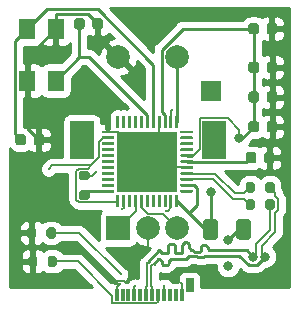
<source format=gbr>
%TF.GenerationSoftware,KiCad,Pcbnew,5.99.0+really5.1.10+dfsg1-1+b1*%
%TF.CreationDate,2021-10-07T11:27:31-07:00*%
%TF.ProjectId,roPlug,726f506c-7567-42e6-9b69-6361645f7063,rev?*%
%TF.SameCoordinates,Original*%
%TF.FileFunction,Copper,L1,Top*%
%TF.FilePolarity,Positive*%
%FSLAX46Y46*%
G04 Gerber Fmt 4.6, Leading zero omitted, Abs format (unit mm)*
G04 Created by KiCad (PCBNEW 5.99.0+really5.1.10+dfsg1-1+b1) date 2021-10-07 11:27:31*
%MOMM*%
%LPD*%
G01*
G04 APERTURE LIST*
%TA.AperFunction,ComponentPad*%
%ADD10R,1.700000X1.700000*%
%TD*%
%TA.AperFunction,SMDPad,CuDef*%
%ADD11R,0.700000X1.150000*%
%TD*%
%TA.AperFunction,SMDPad,CuDef*%
%ADD12R,0.380000X1.000000*%
%TD*%
%TA.AperFunction,ComponentPad*%
%ADD13R,2.000000X2.000000*%
%TD*%
%TA.AperFunction,ComponentPad*%
%ADD14C,2.000000*%
%TD*%
%TA.AperFunction,ComponentPad*%
%ADD15R,2.000000X3.200000*%
%TD*%
%TA.AperFunction,SMDPad,CuDef*%
%ADD16R,5.200000X5.200000*%
%TD*%
%TA.AperFunction,SMDPad,CuDef*%
%ADD17R,1.400000X1.800000*%
%TD*%
%TA.AperFunction,ViaPad*%
%ADD18C,0.200000*%
%TD*%
%TA.AperFunction,ViaPad*%
%ADD19C,0.800000*%
%TD*%
%TA.AperFunction,Conductor*%
%ADD20C,0.250000*%
%TD*%
%TA.AperFunction,Conductor*%
%ADD21C,0.200000*%
%TD*%
%TA.AperFunction,Conductor*%
%ADD22C,0.254000*%
%TD*%
%TA.AperFunction,Conductor*%
%ADD23C,0.100000*%
%TD*%
G04 APERTURE END LIST*
D10*
%TO.P,RST1,1*%
%TO.N,Net-(RST1-Pad1)*%
X117700000Y-57700000D03*
%TD*%
D11*
%TO.P,P1,S1*%
%TO.N,Net-(P1-PadS1)*%
X115920000Y-74120000D03*
D12*
%TO.P,P1,A12*%
%TO.N,GND*%
X109750000Y-74960000D03*
%TO.P,P1,A11*%
%TO.N,N/C*%
X110250000Y-74960000D03*
%TO.P,P1,A10*%
X110750000Y-74960000D03*
%TO.P,P1,A9*%
%TO.N,Net-(F1-Pad2)*%
X111250000Y-74960000D03*
%TO.P,P1,A8*%
%TO.N,N/C*%
X111750000Y-74960000D03*
%TO.P,P1,A7*%
%TO.N,D-*%
X112250000Y-74960000D03*
%TO.P,P1,A6*%
%TO.N,D+*%
X112750000Y-74960000D03*
%TO.P,P1,A5*%
%TO.N,Net-(P1-PadA5)*%
X113250000Y-74960000D03*
%TO.P,P1,A4*%
%TO.N,Net-(F1-Pad2)*%
X113750000Y-74960000D03*
%TO.P,P1,A3*%
%TO.N,N/C*%
X114250000Y-74960000D03*
%TO.P,P1,A2*%
X114750000Y-74960000D03*
%TO.P,P1,A1*%
%TO.N,GND*%
X115250000Y-74960000D03*
%TD*%
D13*
%TO.P,SW1,A*%
%TO.N,Net-(SW1-PadA)*%
X109900000Y-69300000D03*
D14*
%TO.P,SW1,C*%
%TO.N,GND*%
X112400000Y-69300000D03*
%TO.P,SW1,B*%
%TO.N,Net-(SW1-PadB)*%
X114900000Y-69300000D03*
D15*
%TO.P,SW1,MP*%
%TO.N,N/C*%
X106800000Y-61800000D03*
X118000000Y-61800000D03*
D14*
%TO.P,SW1,S2*%
%TO.N,GND*%
X109900000Y-54800000D03*
%TO.P,SW1,S1*%
%TO.N,Net-(SW1-PadS1)*%
X114900000Y-54800000D03*
%TD*%
D16*
%TO.P,U1,45*%
%TO.N,GND*%
X112350000Y-63650000D03*
%TO.P,U1,44*%
%TO.N,+5V*%
%TA.AperFunction,SMDPad,CuDef*%
G36*
G01*
X114975000Y-66512500D02*
X114975000Y-67462500D01*
G75*
G02*
X114912500Y-67525000I-62500J0D01*
G01*
X114787500Y-67525000D01*
G75*
G02*
X114725000Y-67462500I0J62500D01*
G01*
X114725000Y-66512500D01*
G75*
G02*
X114787500Y-66450000I62500J0D01*
G01*
X114912500Y-66450000D01*
G75*
G02*
X114975000Y-66512500I0J-62500D01*
G01*
G37*
%TD.AperFunction*%
%TO.P,U1,43*%
%TO.N,GND*%
%TA.AperFunction,SMDPad,CuDef*%
G36*
G01*
X114475000Y-66512500D02*
X114475000Y-67462500D01*
G75*
G02*
X114412500Y-67525000I-62500J0D01*
G01*
X114287500Y-67525000D01*
G75*
G02*
X114225000Y-67462500I0J62500D01*
G01*
X114225000Y-66512500D01*
G75*
G02*
X114287500Y-66450000I62500J0D01*
G01*
X114412500Y-66450000D01*
G75*
G02*
X114475000Y-66512500I0J-62500D01*
G01*
G37*
%TD.AperFunction*%
%TO.P,U1,42*%
%TO.N,N/C*%
%TA.AperFunction,SMDPad,CuDef*%
G36*
G01*
X113975000Y-66512500D02*
X113975000Y-67462500D01*
G75*
G02*
X113912500Y-67525000I-62500J0D01*
G01*
X113787500Y-67525000D01*
G75*
G02*
X113725000Y-67462500I0J62500D01*
G01*
X113725000Y-66512500D01*
G75*
G02*
X113787500Y-66450000I62500J0D01*
G01*
X113912500Y-66450000D01*
G75*
G02*
X113975000Y-66512500I0J-62500D01*
G01*
G37*
%TD.AperFunction*%
%TO.P,U1,41*%
%TA.AperFunction,SMDPad,CuDef*%
G36*
G01*
X113475000Y-66512500D02*
X113475000Y-67462500D01*
G75*
G02*
X113412500Y-67525000I-62500J0D01*
G01*
X113287500Y-67525000D01*
G75*
G02*
X113225000Y-67462500I0J62500D01*
G01*
X113225000Y-66512500D01*
G75*
G02*
X113287500Y-66450000I62500J0D01*
G01*
X113412500Y-66450000D01*
G75*
G02*
X113475000Y-66512500I0J-62500D01*
G01*
G37*
%TD.AperFunction*%
%TO.P,U1,40*%
%TA.AperFunction,SMDPad,CuDef*%
G36*
G01*
X112975000Y-66512500D02*
X112975000Y-67462500D01*
G75*
G02*
X112912500Y-67525000I-62500J0D01*
G01*
X112787500Y-67525000D01*
G75*
G02*
X112725000Y-67462500I0J62500D01*
G01*
X112725000Y-66512500D01*
G75*
G02*
X112787500Y-66450000I62500J0D01*
G01*
X112912500Y-66450000D01*
G75*
G02*
X112975000Y-66512500I0J-62500D01*
G01*
G37*
%TD.AperFunction*%
%TO.P,U1,39*%
%TA.AperFunction,SMDPad,CuDef*%
G36*
G01*
X112475000Y-66512500D02*
X112475000Y-67462500D01*
G75*
G02*
X112412500Y-67525000I-62500J0D01*
G01*
X112287500Y-67525000D01*
G75*
G02*
X112225000Y-67462500I0J62500D01*
G01*
X112225000Y-66512500D01*
G75*
G02*
X112287500Y-66450000I62500J0D01*
G01*
X112412500Y-66450000D01*
G75*
G02*
X112475000Y-66512500I0J-62500D01*
G01*
G37*
%TD.AperFunction*%
%TO.P,U1,38*%
%TO.N,Net-(SW1-PadB)*%
%TA.AperFunction,SMDPad,CuDef*%
G36*
G01*
X111975000Y-66512500D02*
X111975000Y-67462500D01*
G75*
G02*
X111912500Y-67525000I-62500J0D01*
G01*
X111787500Y-67525000D01*
G75*
G02*
X111725000Y-67462500I0J62500D01*
G01*
X111725000Y-66512500D01*
G75*
G02*
X111787500Y-66450000I62500J0D01*
G01*
X111912500Y-66450000D01*
G75*
G02*
X111975000Y-66512500I0J-62500D01*
G01*
G37*
%TD.AperFunction*%
%TO.P,U1,37*%
%TO.N,Net-(SW1-PadA)*%
%TA.AperFunction,SMDPad,CuDef*%
G36*
G01*
X111475000Y-66512500D02*
X111475000Y-67462500D01*
G75*
G02*
X111412500Y-67525000I-62500J0D01*
G01*
X111287500Y-67525000D01*
G75*
G02*
X111225000Y-67462500I0J62500D01*
G01*
X111225000Y-66512500D01*
G75*
G02*
X111287500Y-66450000I62500J0D01*
G01*
X111412500Y-66450000D01*
G75*
G02*
X111475000Y-66512500I0J-62500D01*
G01*
G37*
%TD.AperFunction*%
%TO.P,U1,36*%
%TO.N,N/C*%
%TA.AperFunction,SMDPad,CuDef*%
G36*
G01*
X110975000Y-66512500D02*
X110975000Y-67462500D01*
G75*
G02*
X110912500Y-67525000I-62500J0D01*
G01*
X110787500Y-67525000D01*
G75*
G02*
X110725000Y-67462500I0J62500D01*
G01*
X110725000Y-66512500D01*
G75*
G02*
X110787500Y-66450000I62500J0D01*
G01*
X110912500Y-66450000D01*
G75*
G02*
X110975000Y-66512500I0J-62500D01*
G01*
G37*
%TD.AperFunction*%
%TO.P,U1,35*%
%TO.N,GND*%
%TA.AperFunction,SMDPad,CuDef*%
G36*
G01*
X110475000Y-66512500D02*
X110475000Y-67462500D01*
G75*
G02*
X110412500Y-67525000I-62500J0D01*
G01*
X110287500Y-67525000D01*
G75*
G02*
X110225000Y-67462500I0J62500D01*
G01*
X110225000Y-66512500D01*
G75*
G02*
X110287500Y-66450000I62500J0D01*
G01*
X110412500Y-66450000D01*
G75*
G02*
X110475000Y-66512500I0J-62500D01*
G01*
G37*
%TD.AperFunction*%
%TO.P,U1,34*%
%TO.N,+5V*%
%TA.AperFunction,SMDPad,CuDef*%
G36*
G01*
X109975000Y-66512500D02*
X109975000Y-67462500D01*
G75*
G02*
X109912500Y-67525000I-62500J0D01*
G01*
X109787500Y-67525000D01*
G75*
G02*
X109725000Y-67462500I0J62500D01*
G01*
X109725000Y-66512500D01*
G75*
G02*
X109787500Y-66450000I62500J0D01*
G01*
X109912500Y-66450000D01*
G75*
G02*
X109975000Y-66512500I0J-62500D01*
G01*
G37*
%TD.AperFunction*%
%TO.P,U1,33*%
%TO.N,Net-(R3-Pad2)*%
%TA.AperFunction,SMDPad,CuDef*%
G36*
G01*
X109550000Y-66087500D02*
X109550000Y-66212500D01*
G75*
G02*
X109487500Y-66275000I-62500J0D01*
G01*
X108537500Y-66275000D01*
G75*
G02*
X108475000Y-66212500I0J62500D01*
G01*
X108475000Y-66087500D01*
G75*
G02*
X108537500Y-66025000I62500J0D01*
G01*
X109487500Y-66025000D01*
G75*
G02*
X109550000Y-66087500I0J-62500D01*
G01*
G37*
%TD.AperFunction*%
%TO.P,U1,32*%
%TO.N,N/C*%
%TA.AperFunction,SMDPad,CuDef*%
G36*
G01*
X109550000Y-65587500D02*
X109550000Y-65712500D01*
G75*
G02*
X109487500Y-65775000I-62500J0D01*
G01*
X108537500Y-65775000D01*
G75*
G02*
X108475000Y-65712500I0J62500D01*
G01*
X108475000Y-65587500D01*
G75*
G02*
X108537500Y-65525000I62500J0D01*
G01*
X109487500Y-65525000D01*
G75*
G02*
X109550000Y-65587500I0J-62500D01*
G01*
G37*
%TD.AperFunction*%
%TO.P,U1,31*%
%TA.AperFunction,SMDPad,CuDef*%
G36*
G01*
X109550000Y-65087500D02*
X109550000Y-65212500D01*
G75*
G02*
X109487500Y-65275000I-62500J0D01*
G01*
X108537500Y-65275000D01*
G75*
G02*
X108475000Y-65212500I0J62500D01*
G01*
X108475000Y-65087500D01*
G75*
G02*
X108537500Y-65025000I62500J0D01*
G01*
X109487500Y-65025000D01*
G75*
G02*
X109550000Y-65087500I0J-62500D01*
G01*
G37*
%TD.AperFunction*%
%TO.P,U1,30*%
%TA.AperFunction,SMDPad,CuDef*%
G36*
G01*
X109550000Y-64587500D02*
X109550000Y-64712500D01*
G75*
G02*
X109487500Y-64775000I-62500J0D01*
G01*
X108537500Y-64775000D01*
G75*
G02*
X108475000Y-64712500I0J62500D01*
G01*
X108475000Y-64587500D01*
G75*
G02*
X108537500Y-64525000I62500J0D01*
G01*
X109487500Y-64525000D01*
G75*
G02*
X109550000Y-64587500I0J-62500D01*
G01*
G37*
%TD.AperFunction*%
%TO.P,U1,29*%
%TA.AperFunction,SMDPad,CuDef*%
G36*
G01*
X109550000Y-64087500D02*
X109550000Y-64212500D01*
G75*
G02*
X109487500Y-64275000I-62500J0D01*
G01*
X108537500Y-64275000D01*
G75*
G02*
X108475000Y-64212500I0J62500D01*
G01*
X108475000Y-64087500D01*
G75*
G02*
X108537500Y-64025000I62500J0D01*
G01*
X109487500Y-64025000D01*
G75*
G02*
X109550000Y-64087500I0J-62500D01*
G01*
G37*
%TD.AperFunction*%
%TO.P,U1,28*%
%TA.AperFunction,SMDPad,CuDef*%
G36*
G01*
X109550000Y-63587500D02*
X109550000Y-63712500D01*
G75*
G02*
X109487500Y-63775000I-62500J0D01*
G01*
X108537500Y-63775000D01*
G75*
G02*
X108475000Y-63712500I0J62500D01*
G01*
X108475000Y-63587500D01*
G75*
G02*
X108537500Y-63525000I62500J0D01*
G01*
X109487500Y-63525000D01*
G75*
G02*
X109550000Y-63587500I0J-62500D01*
G01*
G37*
%TD.AperFunction*%
%TO.P,U1,27*%
%TA.AperFunction,SMDPad,CuDef*%
G36*
G01*
X109550000Y-63087500D02*
X109550000Y-63212500D01*
G75*
G02*
X109487500Y-63275000I-62500J0D01*
G01*
X108537500Y-63275000D01*
G75*
G02*
X108475000Y-63212500I0J62500D01*
G01*
X108475000Y-63087500D01*
G75*
G02*
X108537500Y-63025000I62500J0D01*
G01*
X109487500Y-63025000D01*
G75*
G02*
X109550000Y-63087500I0J-62500D01*
G01*
G37*
%TD.AperFunction*%
%TO.P,U1,26*%
%TA.AperFunction,SMDPad,CuDef*%
G36*
G01*
X109550000Y-62587500D02*
X109550000Y-62712500D01*
G75*
G02*
X109487500Y-62775000I-62500J0D01*
G01*
X108537500Y-62775000D01*
G75*
G02*
X108475000Y-62712500I0J62500D01*
G01*
X108475000Y-62587500D01*
G75*
G02*
X108537500Y-62525000I62500J0D01*
G01*
X109487500Y-62525000D01*
G75*
G02*
X109550000Y-62587500I0J-62500D01*
G01*
G37*
%TD.AperFunction*%
%TO.P,U1,25*%
%TA.AperFunction,SMDPad,CuDef*%
G36*
G01*
X109550000Y-62087500D02*
X109550000Y-62212500D01*
G75*
G02*
X109487500Y-62275000I-62500J0D01*
G01*
X108537500Y-62275000D01*
G75*
G02*
X108475000Y-62212500I0J62500D01*
G01*
X108475000Y-62087500D01*
G75*
G02*
X108537500Y-62025000I62500J0D01*
G01*
X109487500Y-62025000D01*
G75*
G02*
X109550000Y-62087500I0J-62500D01*
G01*
G37*
%TD.AperFunction*%
%TO.P,U1,24*%
%TO.N,+5V*%
%TA.AperFunction,SMDPad,CuDef*%
G36*
G01*
X109550000Y-61587500D02*
X109550000Y-61712500D01*
G75*
G02*
X109487500Y-61775000I-62500J0D01*
G01*
X108537500Y-61775000D01*
G75*
G02*
X108475000Y-61712500I0J62500D01*
G01*
X108475000Y-61587500D01*
G75*
G02*
X108537500Y-61525000I62500J0D01*
G01*
X109487500Y-61525000D01*
G75*
G02*
X109550000Y-61587500I0J-62500D01*
G01*
G37*
%TD.AperFunction*%
%TO.P,U1,23*%
%TO.N,GND*%
%TA.AperFunction,SMDPad,CuDef*%
G36*
G01*
X109550000Y-61087500D02*
X109550000Y-61212500D01*
G75*
G02*
X109487500Y-61275000I-62500J0D01*
G01*
X108537500Y-61275000D01*
G75*
G02*
X108475000Y-61212500I0J62500D01*
G01*
X108475000Y-61087500D01*
G75*
G02*
X108537500Y-61025000I62500J0D01*
G01*
X109487500Y-61025000D01*
G75*
G02*
X109550000Y-61087500I0J-62500D01*
G01*
G37*
%TD.AperFunction*%
%TO.P,U1,22*%
%TO.N,N/C*%
%TA.AperFunction,SMDPad,CuDef*%
G36*
G01*
X109975000Y-59837500D02*
X109975000Y-60787500D01*
G75*
G02*
X109912500Y-60850000I-62500J0D01*
G01*
X109787500Y-60850000D01*
G75*
G02*
X109725000Y-60787500I0J62500D01*
G01*
X109725000Y-59837500D01*
G75*
G02*
X109787500Y-59775000I62500J0D01*
G01*
X109912500Y-59775000D01*
G75*
G02*
X109975000Y-59837500I0J-62500D01*
G01*
G37*
%TD.AperFunction*%
%TO.P,U1,21*%
%TA.AperFunction,SMDPad,CuDef*%
G36*
G01*
X110475000Y-59837500D02*
X110475000Y-60787500D01*
G75*
G02*
X110412500Y-60850000I-62500J0D01*
G01*
X110287500Y-60850000D01*
G75*
G02*
X110225000Y-60787500I0J62500D01*
G01*
X110225000Y-59837500D01*
G75*
G02*
X110287500Y-59775000I62500J0D01*
G01*
X110412500Y-59775000D01*
G75*
G02*
X110475000Y-59837500I0J-62500D01*
G01*
G37*
%TD.AperFunction*%
%TO.P,U1,20*%
%TA.AperFunction,SMDPad,CuDef*%
G36*
G01*
X110975000Y-59837500D02*
X110975000Y-60787500D01*
G75*
G02*
X110912500Y-60850000I-62500J0D01*
G01*
X110787500Y-60850000D01*
G75*
G02*
X110725000Y-60787500I0J62500D01*
G01*
X110725000Y-59837500D01*
G75*
G02*
X110787500Y-59775000I62500J0D01*
G01*
X110912500Y-59775000D01*
G75*
G02*
X110975000Y-59837500I0J-62500D01*
G01*
G37*
%TD.AperFunction*%
%TO.P,U1,19*%
%TA.AperFunction,SMDPad,CuDef*%
G36*
G01*
X111475000Y-59837500D02*
X111475000Y-60787500D01*
G75*
G02*
X111412500Y-60850000I-62500J0D01*
G01*
X111287500Y-60850000D01*
G75*
G02*
X111225000Y-60787500I0J62500D01*
G01*
X111225000Y-59837500D01*
G75*
G02*
X111287500Y-59775000I62500J0D01*
G01*
X111412500Y-59775000D01*
G75*
G02*
X111475000Y-59837500I0J-62500D01*
G01*
G37*
%TD.AperFunction*%
%TO.P,U1,18*%
%TA.AperFunction,SMDPad,CuDef*%
G36*
G01*
X111975000Y-59837500D02*
X111975000Y-60787500D01*
G75*
G02*
X111912500Y-60850000I-62500J0D01*
G01*
X111787500Y-60850000D01*
G75*
G02*
X111725000Y-60787500I0J62500D01*
G01*
X111725000Y-59837500D01*
G75*
G02*
X111787500Y-59775000I62500J0D01*
G01*
X111912500Y-59775000D01*
G75*
G02*
X111975000Y-59837500I0J-62500D01*
G01*
G37*
%TD.AperFunction*%
%TO.P,U1,17*%
%TO.N,Net-(C3-Pad1)*%
%TA.AperFunction,SMDPad,CuDef*%
G36*
G01*
X112475000Y-59837500D02*
X112475000Y-60787500D01*
G75*
G02*
X112412500Y-60850000I-62500J0D01*
G01*
X112287500Y-60850000D01*
G75*
G02*
X112225000Y-60787500I0J62500D01*
G01*
X112225000Y-59837500D01*
G75*
G02*
X112287500Y-59775000I62500J0D01*
G01*
X112412500Y-59775000D01*
G75*
G02*
X112475000Y-59837500I0J-62500D01*
G01*
G37*
%TD.AperFunction*%
%TO.P,U1,16*%
%TO.N,Net-(C4-Pad1)*%
%TA.AperFunction,SMDPad,CuDef*%
G36*
G01*
X112975000Y-59837500D02*
X112975000Y-60787500D01*
G75*
G02*
X112912500Y-60850000I-62500J0D01*
G01*
X112787500Y-60850000D01*
G75*
G02*
X112725000Y-60787500I0J62500D01*
G01*
X112725000Y-59837500D01*
G75*
G02*
X112787500Y-59775000I62500J0D01*
G01*
X112912500Y-59775000D01*
G75*
G02*
X112975000Y-59837500I0J-62500D01*
G01*
G37*
%TD.AperFunction*%
%TO.P,U1,15*%
%TO.N,GND*%
%TA.AperFunction,SMDPad,CuDef*%
G36*
G01*
X113475000Y-59837500D02*
X113475000Y-60787500D01*
G75*
G02*
X113412500Y-60850000I-62500J0D01*
G01*
X113287500Y-60850000D01*
G75*
G02*
X113225000Y-60787500I0J62500D01*
G01*
X113225000Y-59837500D01*
G75*
G02*
X113287500Y-59775000I62500J0D01*
G01*
X113412500Y-59775000D01*
G75*
G02*
X113475000Y-59837500I0J-62500D01*
G01*
G37*
%TD.AperFunction*%
%TO.P,U1,14*%
%TO.N,+5V*%
%TA.AperFunction,SMDPad,CuDef*%
G36*
G01*
X113975000Y-59837500D02*
X113975000Y-60787500D01*
G75*
G02*
X113912500Y-60850000I-62500J0D01*
G01*
X113787500Y-60850000D01*
G75*
G02*
X113725000Y-60787500I0J62500D01*
G01*
X113725000Y-59837500D01*
G75*
G02*
X113787500Y-59775000I62500J0D01*
G01*
X113912500Y-59775000D01*
G75*
G02*
X113975000Y-59837500I0J-62500D01*
G01*
G37*
%TD.AperFunction*%
%TO.P,U1,13*%
%TO.N,Net-(RST1-Pad1)*%
%TA.AperFunction,SMDPad,CuDef*%
G36*
G01*
X114475000Y-59837500D02*
X114475000Y-60787500D01*
G75*
G02*
X114412500Y-60850000I-62500J0D01*
G01*
X114287500Y-60850000D01*
G75*
G02*
X114225000Y-60787500I0J62500D01*
G01*
X114225000Y-59837500D01*
G75*
G02*
X114287500Y-59775000I62500J0D01*
G01*
X114412500Y-59775000D01*
G75*
G02*
X114475000Y-59837500I0J-62500D01*
G01*
G37*
%TD.AperFunction*%
%TO.P,U1,12*%
%TO.N,Net-(SW1-PadS1)*%
%TA.AperFunction,SMDPad,CuDef*%
G36*
G01*
X114975000Y-59837500D02*
X114975000Y-60787500D01*
G75*
G02*
X114912500Y-60850000I-62500J0D01*
G01*
X114787500Y-60850000D01*
G75*
G02*
X114725000Y-60787500I0J62500D01*
G01*
X114725000Y-59837500D01*
G75*
G02*
X114787500Y-59775000I62500J0D01*
G01*
X114912500Y-59775000D01*
G75*
G02*
X114975000Y-59837500I0J-62500D01*
G01*
G37*
%TD.AperFunction*%
%TO.P,U1,11*%
%TO.N,N/C*%
%TA.AperFunction,SMDPad,CuDef*%
G36*
G01*
X116225000Y-61087500D02*
X116225000Y-61212500D01*
G75*
G02*
X116162500Y-61275000I-62500J0D01*
G01*
X115212500Y-61275000D01*
G75*
G02*
X115150000Y-61212500I0J62500D01*
G01*
X115150000Y-61087500D01*
G75*
G02*
X115212500Y-61025000I62500J0D01*
G01*
X116162500Y-61025000D01*
G75*
G02*
X116225000Y-61087500I0J-62500D01*
G01*
G37*
%TD.AperFunction*%
%TO.P,U1,10*%
%TA.AperFunction,SMDPad,CuDef*%
G36*
G01*
X116225000Y-61587500D02*
X116225000Y-61712500D01*
G75*
G02*
X116162500Y-61775000I-62500J0D01*
G01*
X115212500Y-61775000D01*
G75*
G02*
X115150000Y-61712500I0J62500D01*
G01*
X115150000Y-61587500D01*
G75*
G02*
X115212500Y-61525000I62500J0D01*
G01*
X116162500Y-61525000D01*
G75*
G02*
X116225000Y-61587500I0J-62500D01*
G01*
G37*
%TD.AperFunction*%
%TO.P,U1,9*%
%TA.AperFunction,SMDPad,CuDef*%
G36*
G01*
X116225000Y-62087500D02*
X116225000Y-62212500D01*
G75*
G02*
X116162500Y-62275000I-62500J0D01*
G01*
X115212500Y-62275000D01*
G75*
G02*
X115150000Y-62212500I0J62500D01*
G01*
X115150000Y-62087500D01*
G75*
G02*
X115212500Y-62025000I62500J0D01*
G01*
X116162500Y-62025000D01*
G75*
G02*
X116225000Y-62087500I0J-62500D01*
G01*
G37*
%TD.AperFunction*%
%TO.P,U1,8*%
%TA.AperFunction,SMDPad,CuDef*%
G36*
G01*
X116225000Y-62587500D02*
X116225000Y-62712500D01*
G75*
G02*
X116162500Y-62775000I-62500J0D01*
G01*
X115212500Y-62775000D01*
G75*
G02*
X115150000Y-62712500I0J62500D01*
G01*
X115150000Y-62587500D01*
G75*
G02*
X115212500Y-62525000I62500J0D01*
G01*
X116162500Y-62525000D01*
G75*
G02*
X116225000Y-62587500I0J-62500D01*
G01*
G37*
%TD.AperFunction*%
%TO.P,U1,7*%
%TO.N,+5V*%
%TA.AperFunction,SMDPad,CuDef*%
G36*
G01*
X116225000Y-63087500D02*
X116225000Y-63212500D01*
G75*
G02*
X116162500Y-63275000I-62500J0D01*
G01*
X115212500Y-63275000D01*
G75*
G02*
X115150000Y-63212500I0J62500D01*
G01*
X115150000Y-63087500D01*
G75*
G02*
X115212500Y-63025000I62500J0D01*
G01*
X116162500Y-63025000D01*
G75*
G02*
X116225000Y-63087500I0J-62500D01*
G01*
G37*
%TD.AperFunction*%
%TO.P,U1,6*%
%TO.N,Net-(C6-Pad1)*%
%TA.AperFunction,SMDPad,CuDef*%
G36*
G01*
X116225000Y-63587500D02*
X116225000Y-63712500D01*
G75*
G02*
X116162500Y-63775000I-62500J0D01*
G01*
X115212500Y-63775000D01*
G75*
G02*
X115150000Y-63712500I0J62500D01*
G01*
X115150000Y-63587500D01*
G75*
G02*
X115212500Y-63525000I62500J0D01*
G01*
X116162500Y-63525000D01*
G75*
G02*
X116225000Y-63587500I0J-62500D01*
G01*
G37*
%TD.AperFunction*%
%TO.P,U1,5*%
%TO.N,GND*%
%TA.AperFunction,SMDPad,CuDef*%
G36*
G01*
X116225000Y-64087500D02*
X116225000Y-64212500D01*
G75*
G02*
X116162500Y-64275000I-62500J0D01*
G01*
X115212500Y-64275000D01*
G75*
G02*
X115150000Y-64212500I0J62500D01*
G01*
X115150000Y-64087500D01*
G75*
G02*
X115212500Y-64025000I62500J0D01*
G01*
X116162500Y-64025000D01*
G75*
G02*
X116225000Y-64087500I0J-62500D01*
G01*
G37*
%TD.AperFunction*%
%TO.P,U1,4*%
%TO.N,D+*%
%TA.AperFunction,SMDPad,CuDef*%
G36*
G01*
X116225000Y-64587500D02*
X116225000Y-64712500D01*
G75*
G02*
X116162500Y-64775000I-62500J0D01*
G01*
X115212500Y-64775000D01*
G75*
G02*
X115150000Y-64712500I0J62500D01*
G01*
X115150000Y-64587500D01*
G75*
G02*
X115212500Y-64525000I62500J0D01*
G01*
X116162500Y-64525000D01*
G75*
G02*
X116225000Y-64587500I0J-62500D01*
G01*
G37*
%TD.AperFunction*%
%TO.P,U1,3*%
%TO.N,D-*%
%TA.AperFunction,SMDPad,CuDef*%
G36*
G01*
X116225000Y-65087500D02*
X116225000Y-65212500D01*
G75*
G02*
X116162500Y-65275000I-62500J0D01*
G01*
X115212500Y-65275000D01*
G75*
G02*
X115150000Y-65212500I0J62500D01*
G01*
X115150000Y-65087500D01*
G75*
G02*
X115212500Y-65025000I62500J0D01*
G01*
X116162500Y-65025000D01*
G75*
G02*
X116225000Y-65087500I0J-62500D01*
G01*
G37*
%TD.AperFunction*%
%TO.P,U1,2*%
%TO.N,+5V*%
%TA.AperFunction,SMDPad,CuDef*%
G36*
G01*
X116225000Y-65587500D02*
X116225000Y-65712500D01*
G75*
G02*
X116162500Y-65775000I-62500J0D01*
G01*
X115212500Y-65775000D01*
G75*
G02*
X115150000Y-65712500I0J62500D01*
G01*
X115150000Y-65587500D01*
G75*
G02*
X115212500Y-65525000I62500J0D01*
G01*
X116162500Y-65525000D01*
G75*
G02*
X116225000Y-65587500I0J-62500D01*
G01*
G37*
%TD.AperFunction*%
%TO.P,U1,1*%
%TO.N,N/C*%
%TA.AperFunction,SMDPad,CuDef*%
G36*
G01*
X116225000Y-66087500D02*
X116225000Y-66212500D01*
G75*
G02*
X116162500Y-66275000I-62500J0D01*
G01*
X115212500Y-66275000D01*
G75*
G02*
X115150000Y-66212500I0J62500D01*
G01*
X115150000Y-66087500D01*
G75*
G02*
X115212500Y-66025000I62500J0D01*
G01*
X116162500Y-66025000D01*
G75*
G02*
X116225000Y-66087500I0J-62500D01*
G01*
G37*
%TD.AperFunction*%
%TD*%
D17*
%TO.P,Y1,4*%
%TO.N,GND*%
X102200000Y-56800000D03*
%TO.P,Y1,3*%
%TO.N,Net-(C4-Pad1)*%
X102200000Y-52400000D03*
%TO.P,Y1,2*%
%TO.N,GND*%
X104600000Y-52400000D03*
%TO.P,Y1,1*%
%TO.N,Net-(C3-Pad1)*%
X104600000Y-56800000D03*
%TD*%
%TO.P,R5,2*%
%TO.N,Net-(P1-PadB5)*%
%TA.AperFunction,SMDPad,CuDef*%
G36*
G01*
X103800000Y-69975000D02*
X103800000Y-69425000D01*
G75*
G02*
X104000000Y-69225000I200000J0D01*
G01*
X104400000Y-69225000D01*
G75*
G02*
X104600000Y-69425000I0J-200000D01*
G01*
X104600000Y-69975000D01*
G75*
G02*
X104400000Y-70175000I-200000J0D01*
G01*
X104000000Y-70175000D01*
G75*
G02*
X103800000Y-69975000I0J200000D01*
G01*
G37*
%TD.AperFunction*%
%TO.P,R5,1*%
%TO.N,GND*%
%TA.AperFunction,SMDPad,CuDef*%
G36*
G01*
X102150000Y-69975000D02*
X102150000Y-69425000D01*
G75*
G02*
X102350000Y-69225000I200000J0D01*
G01*
X102750000Y-69225000D01*
G75*
G02*
X102950000Y-69425000I0J-200000D01*
G01*
X102950000Y-69975000D01*
G75*
G02*
X102750000Y-70175000I-200000J0D01*
G01*
X102350000Y-70175000D01*
G75*
G02*
X102150000Y-69975000I0J200000D01*
G01*
G37*
%TD.AperFunction*%
%TD*%
%TO.P,R4,2*%
%TO.N,Net-(P1-PadA5)*%
%TA.AperFunction,SMDPad,CuDef*%
G36*
G01*
X103900000Y-72375000D02*
X103900000Y-71825000D01*
G75*
G02*
X104100000Y-71625000I200000J0D01*
G01*
X104500000Y-71625000D01*
G75*
G02*
X104700000Y-71825000I0J-200000D01*
G01*
X104700000Y-72375000D01*
G75*
G02*
X104500000Y-72575000I-200000J0D01*
G01*
X104100000Y-72575000D01*
G75*
G02*
X103900000Y-72375000I0J200000D01*
G01*
G37*
%TD.AperFunction*%
%TO.P,R4,1*%
%TO.N,GND*%
%TA.AperFunction,SMDPad,CuDef*%
G36*
G01*
X102250000Y-72375000D02*
X102250000Y-71825000D01*
G75*
G02*
X102450000Y-71625000I200000J0D01*
G01*
X102850000Y-71625000D01*
G75*
G02*
X103050000Y-71825000I0J-200000D01*
G01*
X103050000Y-72375000D01*
G75*
G02*
X102850000Y-72575000I-200000J0D01*
G01*
X102450000Y-72575000D01*
G75*
G02*
X102250000Y-72375000I0J200000D01*
G01*
G37*
%TD.AperFunction*%
%TD*%
%TO.P,R3,2*%
%TO.N,Net-(R3-Pad2)*%
%TA.AperFunction,SMDPad,CuDef*%
G36*
G01*
X106725000Y-66100000D02*
X107275000Y-66100000D01*
G75*
G02*
X107475000Y-66300000I0J-200000D01*
G01*
X107475000Y-66700000D01*
G75*
G02*
X107275000Y-66900000I-200000J0D01*
G01*
X106725000Y-66900000D01*
G75*
G02*
X106525000Y-66700000I0J200000D01*
G01*
X106525000Y-66300000D01*
G75*
G02*
X106725000Y-66100000I200000J0D01*
G01*
G37*
%TD.AperFunction*%
%TO.P,R3,1*%
%TO.N,GND*%
%TA.AperFunction,SMDPad,CuDef*%
G36*
G01*
X106725000Y-64450000D02*
X107275000Y-64450000D01*
G75*
G02*
X107475000Y-64650000I0J-200000D01*
G01*
X107475000Y-65050000D01*
G75*
G02*
X107275000Y-65250000I-200000J0D01*
G01*
X106725000Y-65250000D01*
G75*
G02*
X106525000Y-65050000I0J200000D01*
G01*
X106525000Y-64650000D01*
G75*
G02*
X106725000Y-64450000I200000J0D01*
G01*
G37*
%TD.AperFunction*%
%TD*%
%TO.P,R2,2*%
%TO.N,D-*%
%TA.AperFunction,SMDPad,CuDef*%
G36*
G01*
X122325000Y-67575000D02*
X122325000Y-67025000D01*
G75*
G02*
X122525000Y-66825000I200000J0D01*
G01*
X122925000Y-66825000D01*
G75*
G02*
X123125000Y-67025000I0J-200000D01*
G01*
X123125000Y-67575000D01*
G75*
G02*
X122925000Y-67775000I-200000J0D01*
G01*
X122525000Y-67775000D01*
G75*
G02*
X122325000Y-67575000I0J200000D01*
G01*
G37*
%TD.AperFunction*%
%TO.P,R2,1*%
%TA.AperFunction,SMDPad,CuDef*%
G36*
G01*
X120675000Y-67575000D02*
X120675000Y-67025000D01*
G75*
G02*
X120875000Y-66825000I200000J0D01*
G01*
X121275000Y-66825000D01*
G75*
G02*
X121475000Y-67025000I0J-200000D01*
G01*
X121475000Y-67575000D01*
G75*
G02*
X121275000Y-67775000I-200000J0D01*
G01*
X120875000Y-67775000D01*
G75*
G02*
X120675000Y-67575000I0J200000D01*
G01*
G37*
%TD.AperFunction*%
%TD*%
%TO.P,R1,2*%
%TO.N,D+*%
%TA.AperFunction,SMDPad,CuDef*%
G36*
G01*
X122325000Y-66115000D02*
X122325000Y-65565000D01*
G75*
G02*
X122525000Y-65365000I200000J0D01*
G01*
X122925000Y-65365000D01*
G75*
G02*
X123125000Y-65565000I0J-200000D01*
G01*
X123125000Y-66115000D01*
G75*
G02*
X122925000Y-66315000I-200000J0D01*
G01*
X122525000Y-66315000D01*
G75*
G02*
X122325000Y-66115000I0J200000D01*
G01*
G37*
%TD.AperFunction*%
%TO.P,R1,1*%
%TA.AperFunction,SMDPad,CuDef*%
G36*
G01*
X120675000Y-66115000D02*
X120675000Y-65565000D01*
G75*
G02*
X120875000Y-65365000I200000J0D01*
G01*
X121275000Y-65365000D01*
G75*
G02*
X121475000Y-65565000I0J-200000D01*
G01*
X121475000Y-66115000D01*
G75*
G02*
X121275000Y-66315000I-200000J0D01*
G01*
X120875000Y-66315000D01*
G75*
G02*
X120675000Y-66115000I0J200000D01*
G01*
G37*
%TD.AperFunction*%
%TD*%
%TO.P,F1,2*%
%TO.N,Net-(F1-Pad2)*%
%TA.AperFunction,SMDPad,CuDef*%
G36*
G01*
X119875000Y-70025000D02*
X119875000Y-68775000D01*
G75*
G02*
X120125000Y-68525000I250000J0D01*
G01*
X120875000Y-68525000D01*
G75*
G02*
X121125000Y-68775000I0J-250000D01*
G01*
X121125000Y-70025000D01*
G75*
G02*
X120875000Y-70275000I-250000J0D01*
G01*
X120125000Y-70275000D01*
G75*
G02*
X119875000Y-70025000I0J250000D01*
G01*
G37*
%TD.AperFunction*%
%TO.P,F1,1*%
%TO.N,+5V*%
%TA.AperFunction,SMDPad,CuDef*%
G36*
G01*
X117075000Y-70025000D02*
X117075000Y-68775000D01*
G75*
G02*
X117325000Y-68525000I250000J0D01*
G01*
X118075000Y-68525000D01*
G75*
G02*
X118325000Y-68775000I0J-250000D01*
G01*
X118325000Y-70025000D01*
G75*
G02*
X118075000Y-70275000I-250000J0D01*
G01*
X117325000Y-70275000D01*
G75*
G02*
X117075000Y-70025000I0J250000D01*
G01*
G37*
%TD.AperFunction*%
%TD*%
%TO.P,C7,2*%
%TO.N,GND*%
%TA.AperFunction,SMDPad,CuDef*%
G36*
G01*
X122455000Y-60950000D02*
X122455000Y-60450000D01*
G75*
G02*
X122680000Y-60225000I225000J0D01*
G01*
X123130000Y-60225000D01*
G75*
G02*
X123355000Y-60450000I0J-225000D01*
G01*
X123355000Y-60950000D01*
G75*
G02*
X123130000Y-61175000I-225000J0D01*
G01*
X122680000Y-61175000D01*
G75*
G02*
X122455000Y-60950000I0J225000D01*
G01*
G37*
%TD.AperFunction*%
%TO.P,C7,1*%
%TO.N,+5V*%
%TA.AperFunction,SMDPad,CuDef*%
G36*
G01*
X120905000Y-60950000D02*
X120905000Y-60450000D01*
G75*
G02*
X121130000Y-60225000I225000J0D01*
G01*
X121580000Y-60225000D01*
G75*
G02*
X121805000Y-60450000I0J-225000D01*
G01*
X121805000Y-60950000D01*
G75*
G02*
X121580000Y-61175000I-225000J0D01*
G01*
X121130000Y-61175000D01*
G75*
G02*
X120905000Y-60950000I0J225000D01*
G01*
G37*
%TD.AperFunction*%
%TD*%
%TO.P,C6,2*%
%TO.N,GND*%
%TA.AperFunction,SMDPad,CuDef*%
G36*
G01*
X122225000Y-63580000D02*
X122225000Y-63080000D01*
G75*
G02*
X122450000Y-62855000I225000J0D01*
G01*
X122900000Y-62855000D01*
G75*
G02*
X123125000Y-63080000I0J-225000D01*
G01*
X123125000Y-63580000D01*
G75*
G02*
X122900000Y-63805000I-225000J0D01*
G01*
X122450000Y-63805000D01*
G75*
G02*
X122225000Y-63580000I0J225000D01*
G01*
G37*
%TD.AperFunction*%
%TO.P,C6,1*%
%TO.N,Net-(C6-Pad1)*%
%TA.AperFunction,SMDPad,CuDef*%
G36*
G01*
X120675000Y-63580000D02*
X120675000Y-63080000D01*
G75*
G02*
X120900000Y-62855000I225000J0D01*
G01*
X121350000Y-62855000D01*
G75*
G02*
X121575000Y-63080000I0J-225000D01*
G01*
X121575000Y-63580000D01*
G75*
G02*
X121350000Y-63805000I-225000J0D01*
G01*
X120900000Y-63805000D01*
G75*
G02*
X120675000Y-63580000I0J225000D01*
G01*
G37*
%TD.AperFunction*%
%TD*%
%TO.P,C5,2*%
%TO.N,GND*%
%TA.AperFunction,SMDPad,CuDef*%
G36*
G01*
X122455000Y-58440000D02*
X122455000Y-57940000D01*
G75*
G02*
X122680000Y-57715000I225000J0D01*
G01*
X123130000Y-57715000D01*
G75*
G02*
X123355000Y-57940000I0J-225000D01*
G01*
X123355000Y-58440000D01*
G75*
G02*
X123130000Y-58665000I-225000J0D01*
G01*
X122680000Y-58665000D01*
G75*
G02*
X122455000Y-58440000I0J225000D01*
G01*
G37*
%TD.AperFunction*%
%TO.P,C5,1*%
%TO.N,+5V*%
%TA.AperFunction,SMDPad,CuDef*%
G36*
G01*
X120905000Y-58440000D02*
X120905000Y-57940000D01*
G75*
G02*
X121130000Y-57715000I225000J0D01*
G01*
X121580000Y-57715000D01*
G75*
G02*
X121805000Y-57940000I0J-225000D01*
G01*
X121805000Y-58440000D01*
G75*
G02*
X121580000Y-58665000I-225000J0D01*
G01*
X121130000Y-58665000D01*
G75*
G02*
X120905000Y-58440000I0J225000D01*
G01*
G37*
%TD.AperFunction*%
%TD*%
%TO.P,C4,2*%
%TO.N,GND*%
%TA.AperFunction,SMDPad,CuDef*%
G36*
G01*
X102725000Y-62050000D02*
X102725000Y-61550000D01*
G75*
G02*
X102950000Y-61325000I225000J0D01*
G01*
X103400000Y-61325000D01*
G75*
G02*
X103625000Y-61550000I0J-225000D01*
G01*
X103625000Y-62050000D01*
G75*
G02*
X103400000Y-62275000I-225000J0D01*
G01*
X102950000Y-62275000D01*
G75*
G02*
X102725000Y-62050000I0J225000D01*
G01*
G37*
%TD.AperFunction*%
%TO.P,C4,1*%
%TO.N,Net-(C4-Pad1)*%
%TA.AperFunction,SMDPad,CuDef*%
G36*
G01*
X101175000Y-62050000D02*
X101175000Y-61550000D01*
G75*
G02*
X101400000Y-61325000I225000J0D01*
G01*
X101850000Y-61325000D01*
G75*
G02*
X102075000Y-61550000I0J-225000D01*
G01*
X102075000Y-62050000D01*
G75*
G02*
X101850000Y-62275000I-225000J0D01*
G01*
X101400000Y-62275000D01*
G75*
G02*
X101175000Y-62050000I0J225000D01*
G01*
G37*
%TD.AperFunction*%
%TD*%
%TO.P,C3,2*%
%TO.N,GND*%
%TA.AperFunction,SMDPad,CuDef*%
G36*
G01*
X107700000Y-52250000D02*
X107700000Y-51750000D01*
G75*
G02*
X107925000Y-51525000I225000J0D01*
G01*
X108375000Y-51525000D01*
G75*
G02*
X108600000Y-51750000I0J-225000D01*
G01*
X108600000Y-52250000D01*
G75*
G02*
X108375000Y-52475000I-225000J0D01*
G01*
X107925000Y-52475000D01*
G75*
G02*
X107700000Y-52250000I0J225000D01*
G01*
G37*
%TD.AperFunction*%
%TO.P,C3,1*%
%TO.N,Net-(C3-Pad1)*%
%TA.AperFunction,SMDPad,CuDef*%
G36*
G01*
X106150000Y-52250000D02*
X106150000Y-51750000D01*
G75*
G02*
X106375000Y-51525000I225000J0D01*
G01*
X106825000Y-51525000D01*
G75*
G02*
X107050000Y-51750000I0J-225000D01*
G01*
X107050000Y-52250000D01*
G75*
G02*
X106825000Y-52475000I-225000J0D01*
G01*
X106375000Y-52475000D01*
G75*
G02*
X106150000Y-52250000I0J225000D01*
G01*
G37*
%TD.AperFunction*%
%TD*%
%TO.P,C2,2*%
%TO.N,GND*%
%TA.AperFunction,SMDPad,CuDef*%
G36*
G01*
X122455000Y-55930000D02*
X122455000Y-55430000D01*
G75*
G02*
X122680000Y-55205000I225000J0D01*
G01*
X123130000Y-55205000D01*
G75*
G02*
X123355000Y-55430000I0J-225000D01*
G01*
X123355000Y-55930000D01*
G75*
G02*
X123130000Y-56155000I-225000J0D01*
G01*
X122680000Y-56155000D01*
G75*
G02*
X122455000Y-55930000I0J225000D01*
G01*
G37*
%TD.AperFunction*%
%TO.P,C2,1*%
%TO.N,+5V*%
%TA.AperFunction,SMDPad,CuDef*%
G36*
G01*
X120905000Y-55930000D02*
X120905000Y-55430000D01*
G75*
G02*
X121130000Y-55205000I225000J0D01*
G01*
X121580000Y-55205000D01*
G75*
G02*
X121805000Y-55430000I0J-225000D01*
G01*
X121805000Y-55930000D01*
G75*
G02*
X121580000Y-56155000I-225000J0D01*
G01*
X121130000Y-56155000D01*
G75*
G02*
X120905000Y-55930000I0J225000D01*
G01*
G37*
%TD.AperFunction*%
%TD*%
%TO.P,C1,2*%
%TO.N,GND*%
%TA.AperFunction,SMDPad,CuDef*%
G36*
G01*
X122450000Y-52650000D02*
X122450000Y-52150000D01*
G75*
G02*
X122675000Y-51925000I225000J0D01*
G01*
X123125000Y-51925000D01*
G75*
G02*
X123350000Y-52150000I0J-225000D01*
G01*
X123350000Y-52650000D01*
G75*
G02*
X123125000Y-52875000I-225000J0D01*
G01*
X122675000Y-52875000D01*
G75*
G02*
X122450000Y-52650000I0J225000D01*
G01*
G37*
%TD.AperFunction*%
%TO.P,C1,1*%
%TO.N,+5V*%
%TA.AperFunction,SMDPad,CuDef*%
G36*
G01*
X120900000Y-52650000D02*
X120900000Y-52150000D01*
G75*
G02*
X121125000Y-51925000I225000J0D01*
G01*
X121575000Y-51925000D01*
G75*
G02*
X121800000Y-52150000I0J-225000D01*
G01*
X121800000Y-52650000D01*
G75*
G02*
X121575000Y-52875000I-225000J0D01*
G01*
X121125000Y-52875000D01*
G75*
G02*
X120900000Y-52650000I0J225000D01*
G01*
G37*
%TD.AperFunction*%
%TD*%
D18*
%TO.N,GND*%
X112400000Y-71200000D03*
X113900000Y-67800000D03*
X110200000Y-67700000D03*
X108000000Y-64500000D03*
X123900000Y-63500000D03*
X115200000Y-73900000D03*
X110000000Y-74000000D03*
D19*
%TO.N,+5V*%
X117700000Y-66200000D03*
X120100000Y-61700000D03*
D18*
X104000000Y-64300000D03*
D19*
%TO.N,Net-(F1-Pad2)*%
X119200000Y-72500000D03*
X119200000Y-70300000D03*
D18*
X111300000Y-74200000D03*
X113800000Y-74200000D03*
%TO.N,Net-(P1-PadB5)*%
X110100000Y-73200000D03*
D19*
%TO.N,D-*%
X121275000Y-71700000D03*
%TO.N,D+*%
X122325000Y-71700000D03*
D18*
%TO.N,Net-(RST1-Pad1)*%
X114400000Y-59300000D03*
%TD*%
D20*
%TO.N,GND*%
X102200000Y-54800000D02*
X104600000Y-52400000D01*
X102200000Y-56800000D02*
X102200000Y-54800000D01*
X102200000Y-60825000D02*
X103175000Y-61800000D01*
X102200000Y-56800000D02*
X102200000Y-60825000D01*
X107349990Y-51199990D02*
X108150000Y-52000000D01*
X104650010Y-51199990D02*
X107349990Y-51199990D01*
X104600000Y-51250000D02*
X104650010Y-51199990D01*
X104600000Y-52400000D02*
X104600000Y-51250000D01*
D21*
X112400000Y-69300000D02*
X112400000Y-71200000D01*
X112850000Y-64150000D02*
X112350000Y-63650000D01*
X115687500Y-64150000D02*
X112850000Y-64150000D01*
X113350000Y-62650000D02*
X112350000Y-63650000D01*
X113350000Y-60312500D02*
X113350000Y-62650000D01*
X109850000Y-61150000D02*
X112350000Y-63650000D01*
X109012500Y-61150000D02*
X109850000Y-61150000D01*
X109012500Y-61150000D02*
X109012500Y-60912500D01*
X114075000Y-67800000D02*
X113900000Y-67800000D01*
X114350000Y-67525000D02*
X114075000Y-67800000D01*
X114350000Y-66987500D02*
X114350000Y-67525000D01*
X110350000Y-67550000D02*
X110200000Y-67700000D01*
X110350000Y-66987500D02*
X110350000Y-67550000D01*
X107650000Y-64850000D02*
X108000000Y-64500000D01*
X107000000Y-64850000D02*
X107650000Y-64850000D01*
X123730000Y-63330000D02*
X123900000Y-63500000D01*
X122675000Y-63330000D02*
X123730000Y-63330000D01*
X115250000Y-73950000D02*
X115200000Y-73900000D01*
X115250000Y-74960000D02*
X115250000Y-73950000D01*
X109750000Y-74250000D02*
X110000000Y-74000000D01*
X109750000Y-74960000D02*
X109750000Y-74250000D01*
X110000000Y-74000000D02*
X109700000Y-74000000D01*
X109700000Y-74000000D02*
X109900000Y-73800000D01*
X109900000Y-73800000D02*
X110500000Y-73800000D01*
D20*
%TO.N,+5V*%
X121350000Y-55675000D02*
X121355000Y-55680000D01*
X121350000Y-52400000D02*
X121350000Y-55675000D01*
X121355000Y-55680000D02*
X121355000Y-58190000D01*
X121355000Y-58190000D02*
X121355000Y-60700000D01*
X113850000Y-59726978D02*
X113850000Y-60312500D01*
X113573012Y-54165986D02*
X113573012Y-59449990D01*
X115338998Y-52400000D02*
X113573012Y-54165986D01*
X113573012Y-59449990D02*
X113850000Y-59726978D01*
X121350000Y-52400000D02*
X115338998Y-52400000D01*
X117700000Y-69400000D02*
X117262500Y-69400000D01*
X116550010Y-67349990D02*
X115881250Y-68018750D01*
X116273022Y-65650000D02*
X116550010Y-65926988D01*
X115687500Y-65650000D02*
X116273022Y-65650000D01*
X116550010Y-65926988D02*
X116550010Y-67349990D01*
X115881250Y-68018750D02*
X114850000Y-66987500D01*
X117262500Y-69400000D02*
X115881250Y-68018750D01*
X117700000Y-69400000D02*
X117700000Y-66200000D01*
X120355000Y-61700000D02*
X121355000Y-60700000D01*
X120100000Y-61700000D02*
X120355000Y-61700000D01*
D21*
X120100000Y-60939998D02*
X120100000Y-61700000D01*
X119160001Y-59999999D02*
X120100000Y-60939998D01*
X116839999Y-59999999D02*
X119160001Y-59999999D01*
X116799999Y-60039999D02*
X116839999Y-59999999D01*
X116799999Y-62600001D02*
X116799999Y-60039999D01*
X116125000Y-63275000D02*
X116799999Y-62600001D01*
X115812500Y-63275000D02*
X116125000Y-63275000D01*
X115687500Y-63150000D02*
X115812500Y-63275000D01*
X109725000Y-67112500D02*
X109850000Y-66987500D01*
X106571800Y-67112500D02*
X109725000Y-67112500D01*
X106324990Y-66865690D02*
X106571800Y-67112500D01*
X106324990Y-64484310D02*
X106324990Y-66865690D01*
X106559310Y-64249990D02*
X106324990Y-64484310D01*
X107310012Y-64249990D02*
X106559310Y-64249990D01*
X108274990Y-61978764D02*
X108274990Y-63285012D01*
X108603754Y-61650000D02*
X108274990Y-61978764D01*
X109012500Y-61650000D02*
X108603754Y-61650000D01*
X104319999Y-63980001D02*
X104000000Y-64300000D01*
X107580001Y-63980001D02*
X104319999Y-63980001D01*
X108274990Y-63285012D02*
X107580001Y-63980001D01*
X107580001Y-63980001D02*
X107310012Y-64249990D01*
D20*
%TO.N,Net-(C3-Pad1)*%
X106600000Y-54800000D02*
X106600000Y-52000000D01*
X104600000Y-56800000D02*
X106600000Y-54800000D01*
X112300000Y-60262500D02*
X112350000Y-60312500D01*
X107423022Y-54800000D02*
X112300000Y-59676978D01*
X112300000Y-59676978D02*
X112300000Y-60262500D01*
X106600000Y-54800000D02*
X107423022Y-54800000D01*
%TO.N,Net-(C4-Pad1)*%
X101174999Y-61349999D02*
X101625000Y-61800000D01*
X101174999Y-53425001D02*
X101174999Y-61349999D01*
X102200000Y-52400000D02*
X101174999Y-53425001D01*
X112850000Y-55447166D02*
X112850000Y-58512500D01*
X108152815Y-50749981D02*
X112850000Y-55447166D01*
X103850019Y-50749981D02*
X108152815Y-50749981D01*
X102200000Y-52400000D02*
X103850019Y-50749981D01*
X112850000Y-58512500D02*
X112850000Y-60312500D01*
%TO.N,Net-(C6-Pad1)*%
X116250020Y-63650000D02*
X115687500Y-63650000D01*
X116325021Y-63725001D02*
X116250020Y-63650000D01*
X120729999Y-63725001D02*
X116325021Y-63725001D01*
X121125000Y-63330000D02*
X120729999Y-63725001D01*
%TO.N,Net-(F1-Pad2)*%
X120500000Y-69400000D02*
X120100000Y-69400000D01*
X120100000Y-69400000D02*
X119200000Y-70300000D01*
D21*
X111250000Y-74250000D02*
X111300000Y-74200000D01*
X111250000Y-74960000D02*
X111250000Y-74250000D01*
X113800000Y-74910000D02*
X113750000Y-74960000D01*
X113800000Y-74200000D02*
X113800000Y-74910000D01*
%TO.N,Net-(P1-PadB5)*%
X106600000Y-69700000D02*
X110100000Y-73200000D01*
X104200000Y-69700000D02*
X106600000Y-69700000D01*
%TO.N,Net-(P1-PadA5)*%
X113250000Y-75510002D02*
X113250000Y-74960000D01*
X113100001Y-75660001D02*
X113250000Y-75510002D01*
X109399999Y-75660001D02*
X113100001Y-75660001D01*
X109359999Y-75620001D02*
X109399999Y-75660001D01*
X109359999Y-75006432D02*
X109359999Y-75620001D01*
X106453567Y-72100000D02*
X109359999Y-75006432D01*
X104300000Y-72100000D02*
X106453567Y-72100000D01*
D20*
%TO.N,Net-(R3-Pad2)*%
X107350000Y-66150000D02*
X107000000Y-66500000D01*
X109012500Y-66150000D02*
X107350000Y-66150000D01*
D21*
%TO.N,Net-(SW1-PadA)*%
X111350000Y-67850000D02*
X111350000Y-66987500D01*
X109900000Y-69300000D02*
X111350000Y-67850000D01*
%TO.N,Net-(SW1-PadB)*%
X111850000Y-67525000D02*
X111850000Y-66987500D01*
X112424999Y-68099999D02*
X111850000Y-67525000D01*
X113699999Y-68099999D02*
X112424999Y-68099999D01*
X114900000Y-69300000D02*
X113699999Y-68099999D01*
D20*
%TO.N,Net-(SW1-PadS1)*%
X114900000Y-60262500D02*
X114850000Y-60312500D01*
X114900000Y-54800000D02*
X114900000Y-60262500D01*
D21*
%TO.N,D-*%
X120570000Y-66795000D02*
X119576800Y-66795000D01*
X121075000Y-67300000D02*
X120570000Y-66795000D01*
X117906800Y-65125000D02*
X115712500Y-65125000D01*
X115712500Y-65125000D02*
X115687500Y-65150000D01*
X119576800Y-66795000D02*
X117906800Y-65125000D01*
X121575000Y-71400000D02*
X121275000Y-71700000D01*
X122725000Y-69456800D02*
X121575000Y-70606800D01*
X121575000Y-70606800D02*
X121575000Y-71400000D01*
X122725000Y-67300000D02*
X122725000Y-69456800D01*
X112250000Y-74209999D02*
X112250000Y-74960000D01*
X112300000Y-72253588D02*
X112300000Y-74159999D01*
X112424991Y-72128597D02*
X112300000Y-72253588D01*
X112300000Y-74159999D02*
X112250000Y-74209999D01*
D20*
X120749980Y-71174980D02*
X121275000Y-71700000D01*
X117618952Y-71169648D02*
X117666276Y-71174980D01*
X117574002Y-71153920D02*
X117618952Y-71169648D01*
X117533679Y-71128583D02*
X117574002Y-71153920D01*
X117474668Y-71054586D02*
X117500005Y-71094909D01*
X117458940Y-71009636D02*
X117474668Y-71054586D01*
X117432547Y-70870038D02*
X117448275Y-70914988D01*
X117407210Y-70829715D02*
X117432547Y-70870038D01*
X117373536Y-70796041D02*
X117407210Y-70829715D01*
X116858940Y-70914988D02*
X116874668Y-70870038D01*
X116853608Y-70962311D02*
X116858940Y-70914988D01*
X116853608Y-71224980D02*
X116853608Y-70962311D01*
X116848656Y-71246674D02*
X116852354Y-71236106D01*
X116834782Y-71264071D02*
X116842699Y-71256154D01*
X116825302Y-71270028D02*
X116834782Y-71264071D01*
X116874668Y-70870038D02*
X116900005Y-70829715D01*
X116303608Y-71274980D02*
X116803608Y-71274980D01*
X116281913Y-71270028D02*
X116292481Y-71273726D01*
X116814734Y-71273726D02*
X116825302Y-71270028D01*
X116272433Y-71264071D02*
X116281913Y-71270028D01*
X116852354Y-71236106D02*
X116853608Y-71224980D01*
X116264516Y-71256154D02*
X116272433Y-71264071D01*
X116258559Y-71246674D02*
X116264516Y-71256154D01*
X116248656Y-71203285D02*
X116252354Y-71213853D01*
X116242699Y-71193805D02*
X116248656Y-71203285D01*
X116234782Y-71185888D02*
X116242699Y-71193805D01*
X116214734Y-71176233D02*
X116225302Y-71179931D01*
X116136851Y-71167459D02*
X116214734Y-71176233D01*
X117288263Y-70754976D02*
X117333213Y-70770704D01*
X116016561Y-71109530D02*
X116073442Y-71145271D01*
X115969058Y-71062027D02*
X116016561Y-71109530D01*
X115933317Y-71005146D02*
X115969058Y-71062027D01*
X117240940Y-70749643D02*
X117288263Y-70754976D01*
X115911129Y-70941737D02*
X115933317Y-71005146D01*
X115903608Y-70874980D02*
X115911129Y-70941737D01*
X115903608Y-70793754D02*
X115903608Y-70874980D01*
X115873898Y-70663589D02*
X115896086Y-70726998D01*
X115838157Y-70606708D02*
X115873898Y-70663589D01*
X115790654Y-70559205D02*
X115838157Y-70606708D01*
X115670364Y-70501276D02*
X115733773Y-70523464D01*
X115603608Y-70493754D02*
X115670364Y-70501276D01*
X115536851Y-70501276D02*
X115603608Y-70493754D01*
X115473442Y-70523464D02*
X115536851Y-70501276D01*
X114167010Y-70703173D02*
X114213026Y-70657157D01*
X114094221Y-71174980D02*
X114103608Y-71174980D01*
X114819221Y-71406206D02*
X115187995Y-71406206D01*
X114004334Y-71403307D02*
X114028770Y-71394756D01*
X116225302Y-71179931D02*
X116234782Y-71185888D01*
X113497119Y-71316319D02*
X113505670Y-71340755D01*
X116292481Y-71273726D02*
X116303608Y-71274980D01*
X114715057Y-71340755D02*
X114728831Y-71362676D01*
X117333213Y-70770704D02*
X117373536Y-70796041D01*
X116073442Y-71145271D02*
X116136851Y-71167459D01*
X113609834Y-71406206D02*
X113978608Y-71406206D01*
X116842699Y-71256154D02*
X116848656Y-71246674D01*
X113584107Y-71403307D02*
X113609834Y-71406206D01*
X115278384Y-71362676D02*
X115292158Y-71340755D01*
X112424991Y-72128597D02*
X113378608Y-71174980D01*
X115303608Y-71290593D02*
X115303608Y-70793754D01*
X113519444Y-71362676D02*
X113537750Y-71380982D01*
X116974002Y-70770704D02*
X117018952Y-70754976D01*
X114132387Y-70758275D02*
X114167010Y-70703173D01*
X116900005Y-70829715D02*
X116933679Y-70796041D01*
X116803608Y-71274980D02*
X116814734Y-71273726D01*
X114091322Y-71316319D02*
X114094221Y-71290593D01*
X113428770Y-71186429D02*
X113450691Y-71200203D01*
X113378608Y-71174980D02*
X113404334Y-71177878D01*
X117666276Y-71174980D02*
X120749980Y-71174980D01*
X115896086Y-70726998D02*
X115903608Y-70793754D01*
X113468997Y-71218509D02*
X113482771Y-71240430D01*
X114082771Y-71340755D02*
X114091322Y-71316319D01*
X117066276Y-70749643D02*
X117240940Y-70749643D01*
X115733773Y-70523464D02*
X115790654Y-70559205D01*
X113559671Y-71394756D02*
X113584107Y-71403307D01*
X113404334Y-71177878D02*
X113428770Y-71186429D01*
X114594189Y-70657157D02*
X114640205Y-70703173D01*
X114028770Y-71394756D02*
X114050691Y-71380982D01*
X114706506Y-71316319D02*
X114715057Y-71340755D01*
X113450691Y-71200203D02*
X113468997Y-71218509D01*
X113482771Y-71240430D02*
X113491322Y-71264866D01*
X115333317Y-70663589D02*
X115369058Y-70606708D01*
X114728831Y-71362676D02*
X114747137Y-71380982D01*
X113491322Y-71264866D02*
X113497119Y-71316319D01*
X114110894Y-70819700D02*
X114132387Y-70758275D01*
X117018952Y-70754976D02*
X117066276Y-70749643D01*
X114103608Y-70884367D02*
X114110894Y-70819700D01*
X114103608Y-71174980D02*
X114103608Y-70884367D01*
X114094221Y-71290593D02*
X114094221Y-71174980D01*
X116933679Y-70796041D02*
X116974002Y-70770704D01*
X114793494Y-71403307D02*
X114819221Y-71406206D01*
X113505670Y-71340755D02*
X113519444Y-71362676D01*
X114703608Y-71290593D02*
X114706506Y-71316319D01*
X113537750Y-71380982D02*
X113559671Y-71394756D01*
X116252354Y-71213853D02*
X116254861Y-71236106D01*
X114539087Y-70622534D02*
X114594189Y-70657157D01*
X115300709Y-71316319D02*
X115303608Y-71290593D01*
X114674828Y-70758275D02*
X114696321Y-70819700D01*
X114068997Y-71362676D02*
X114082771Y-71340755D01*
X114213026Y-70657157D02*
X114268128Y-70622534D01*
X117448275Y-70914988D02*
X117458940Y-71009636D01*
X114268128Y-70622534D02*
X114329553Y-70601041D01*
X114329553Y-70601041D02*
X114394221Y-70593754D01*
X115238157Y-71394756D02*
X115260078Y-71380982D01*
X114394221Y-70593754D02*
X114412995Y-70593754D01*
X115260078Y-71380982D02*
X115278384Y-71362676D01*
X114412995Y-70593754D02*
X114477662Y-70601041D01*
X113978608Y-71406206D02*
X114004334Y-71403307D01*
X114477662Y-70601041D02*
X114539087Y-70622534D01*
X114050691Y-71380982D02*
X114068997Y-71362676D01*
X114640205Y-70703173D02*
X114674828Y-70758275D01*
X114696321Y-70819700D02*
X114703608Y-70884367D01*
X114703608Y-70884367D02*
X114703608Y-71290593D01*
X115369058Y-70606708D02*
X115416561Y-70559205D01*
X114747137Y-71380982D02*
X114769058Y-71394756D01*
X115416561Y-70559205D02*
X115473442Y-70523464D01*
X114769058Y-71394756D02*
X114793494Y-71403307D01*
X117500005Y-71094909D02*
X117533679Y-71128583D01*
X115187995Y-71406206D02*
X115213721Y-71403307D01*
X115213721Y-71403307D02*
X115238157Y-71394756D01*
X115292158Y-71340755D02*
X115300709Y-71316319D01*
X116254861Y-71236106D02*
X116258559Y-71246674D01*
X115303608Y-70793754D02*
X115311129Y-70726998D01*
X115311129Y-70726998D02*
X115333317Y-70663589D01*
D21*
%TO.N,D+*%
X120570000Y-66345000D02*
X119763200Y-66345000D01*
X121075000Y-65840000D02*
X120570000Y-66345000D01*
X115712500Y-64675000D02*
X115687500Y-64650000D01*
X118093200Y-64675000D02*
X115712500Y-64675000D01*
X119763200Y-66345000D02*
X118093200Y-64675000D01*
X112841420Y-72348578D02*
X112875000Y-72314998D01*
X112700000Y-74159999D02*
X112700000Y-72489998D01*
X112750000Y-74209999D02*
X112700000Y-74159999D01*
X112700000Y-72489998D02*
X112841420Y-72348578D01*
X112750000Y-74960000D02*
X112750000Y-74209999D01*
X122750740Y-65865740D02*
X122725000Y-65840000D01*
X123175000Y-66290000D02*
X122750740Y-65865740D01*
X123175000Y-66567878D02*
X123175000Y-66290000D01*
X123425010Y-66817888D02*
X123175000Y-66567878D01*
X123425010Y-67782112D02*
X123425010Y-66817888D01*
X123175000Y-68032122D02*
X123425010Y-67782112D01*
X122025000Y-70793200D02*
X123175000Y-69643200D01*
X123175000Y-69643200D02*
X123175000Y-68032122D01*
X122025000Y-71400000D02*
X122025000Y-70793200D01*
X122325000Y-71700000D02*
X122025000Y-71400000D01*
D20*
X121599999Y-72425001D02*
X122325000Y-71700000D01*
X120926999Y-72425001D02*
X121599999Y-72425001D01*
X120126988Y-71624990D02*
X120926999Y-72425001D01*
X114430830Y-71900000D02*
X115624682Y-71900000D01*
X114313500Y-71926779D02*
X114370656Y-71906779D01*
X117173756Y-71686116D02*
X117176263Y-71663863D01*
X114262228Y-71958996D02*
X114313500Y-71926779D01*
X114187193Y-72053086D02*
X114219410Y-72001814D01*
X114153634Y-72230589D02*
X114167193Y-72110242D01*
X117146704Y-71720038D02*
X117156184Y-71714081D01*
X114167193Y-72110242D02*
X114187193Y-72053086D01*
X114133634Y-72287745D02*
X114153634Y-72230589D01*
X114058599Y-72381835D02*
X114101417Y-72339017D01*
X114007327Y-72414052D02*
X114058599Y-72381835D01*
X113950171Y-72434052D02*
X114007327Y-72414052D01*
X113553634Y-72110242D02*
X113567193Y-72230589D01*
X116613883Y-71723736D02*
X116625010Y-71724990D01*
X114101417Y-72339017D02*
X114133634Y-72287745D01*
X113830830Y-72440832D02*
X113889998Y-72440832D01*
X116579961Y-71696684D02*
X116585918Y-71706164D01*
X113889998Y-72440832D02*
X113950171Y-72434052D01*
X116573756Y-71663863D02*
X116576263Y-71686116D01*
X114219410Y-72001814D02*
X114262228Y-71958996D01*
X113770656Y-72434052D02*
X113830830Y-72440832D01*
X112875000Y-72314998D02*
X113289998Y-71900000D01*
X117185918Y-71643815D02*
X117193835Y-71635898D01*
X116525010Y-71624990D02*
X116536136Y-71626243D01*
X113350171Y-71906779D02*
X113407327Y-71926779D01*
X113407327Y-71926779D02*
X113458599Y-71958996D01*
X113458599Y-71958996D02*
X113501417Y-72001814D01*
X116585918Y-71706164D02*
X116593835Y-71714081D01*
X113587193Y-72287745D02*
X113619410Y-72339017D01*
X113567193Y-72230589D02*
X113587193Y-72287745D01*
X115624682Y-71900000D02*
X115899692Y-71624990D01*
X117176263Y-71663863D02*
X117179961Y-71653295D01*
X113501417Y-72001814D02*
X113533634Y-72053086D01*
X113533634Y-72053086D02*
X113553634Y-72110242D01*
X113619410Y-72339017D02*
X113662228Y-72381835D01*
X117125010Y-71724990D02*
X117136136Y-71723736D01*
X113662228Y-72381835D02*
X113713500Y-72414052D01*
X113713500Y-72414052D02*
X113770656Y-72434052D01*
X116576263Y-71686116D02*
X116579961Y-71696684D01*
X115899692Y-71624990D02*
X116525010Y-71624990D01*
X117179961Y-71653295D02*
X117185918Y-71643815D01*
X116536136Y-71626243D02*
X116546704Y-71629941D01*
X117193835Y-71635898D02*
X117203315Y-71629941D01*
X116546704Y-71629941D02*
X116556184Y-71635898D01*
X117203315Y-71629941D02*
X117213883Y-71626243D01*
X116556184Y-71635898D02*
X116564101Y-71643815D01*
X117213883Y-71626243D02*
X117225010Y-71624990D01*
X113289998Y-71900000D02*
X113350171Y-71906779D01*
X116564101Y-71643815D02*
X116570058Y-71653295D01*
X117225010Y-71624990D02*
X120126988Y-71624990D01*
X116570058Y-71653295D02*
X116573756Y-71663863D01*
X116593835Y-71714081D02*
X116603315Y-71720038D01*
X116603315Y-71720038D02*
X116613883Y-71723736D01*
X116625010Y-71724990D02*
X117125010Y-71724990D01*
X117136136Y-71723736D02*
X117146704Y-71720038D01*
X114370656Y-71906779D02*
X114430830Y-71900000D01*
X117156184Y-71714081D02*
X117164101Y-71706164D01*
X117164101Y-71706164D02*
X117170058Y-71696684D01*
X117170058Y-71696684D02*
X117173756Y-71686116D01*
D21*
%TO.N,Net-(RST1-Pad1)*%
X114350000Y-59350000D02*
X114400000Y-59300000D01*
X114350000Y-60312500D02*
X114350000Y-59350000D01*
%TD*%
D22*
%TO.N,GND*%
X104727000Y-52273000D02*
X104747000Y-52273000D01*
X104747000Y-52527000D01*
X104727000Y-52527000D01*
X104727000Y-53776250D01*
X104885750Y-53935000D01*
X105300000Y-53938072D01*
X105424482Y-53925812D01*
X105544180Y-53889502D01*
X105654494Y-53830537D01*
X105751185Y-53751185D01*
X105830537Y-53654494D01*
X105840000Y-53636789D01*
X105840000Y-54485198D01*
X105063270Y-55261928D01*
X103900000Y-55261928D01*
X103775518Y-55274188D01*
X103655820Y-55310498D01*
X103545506Y-55369463D01*
X103448815Y-55448815D01*
X103400000Y-55508296D01*
X103351185Y-55448815D01*
X103254494Y-55369463D01*
X103144180Y-55310498D01*
X103024482Y-55274188D01*
X102900000Y-55261928D01*
X102485750Y-55265000D01*
X102327000Y-55423750D01*
X102327000Y-56673000D01*
X102347000Y-56673000D01*
X102347000Y-56927000D01*
X102327000Y-56927000D01*
X102327000Y-58176250D01*
X102485750Y-58335000D01*
X102900000Y-58338072D01*
X103024482Y-58325812D01*
X103144180Y-58289502D01*
X103254494Y-58230537D01*
X103351185Y-58151185D01*
X103400000Y-58091704D01*
X103448815Y-58151185D01*
X103545506Y-58230537D01*
X103655820Y-58289502D01*
X103775518Y-58325812D01*
X103900000Y-58338072D01*
X105300000Y-58338072D01*
X105424482Y-58325812D01*
X105544180Y-58289502D01*
X105654494Y-58230537D01*
X105751185Y-58151185D01*
X105830537Y-58054494D01*
X105889502Y-57944180D01*
X105925812Y-57824482D01*
X105938072Y-57700000D01*
X105938072Y-56536729D01*
X106914802Y-55560000D01*
X107108221Y-55560000D01*
X110694324Y-59146105D01*
X110650825Y-59150389D01*
X110600000Y-59165807D01*
X110549175Y-59150389D01*
X110412500Y-59136928D01*
X110287500Y-59136928D01*
X110150825Y-59150389D01*
X110100000Y-59165807D01*
X110049175Y-59150389D01*
X109912500Y-59136928D01*
X109787500Y-59136928D01*
X109650825Y-59150389D01*
X109519403Y-59190256D01*
X109398283Y-59254996D01*
X109292121Y-59342121D01*
X109204996Y-59448283D01*
X109140256Y-59569403D01*
X109100389Y-59700825D01*
X109086928Y-59837500D01*
X109086928Y-60787500D01*
X109096721Y-60886928D01*
X108885500Y-60886928D01*
X108885500Y-60548750D01*
X108726750Y-60390000D01*
X108487591Y-60387052D01*
X108438072Y-60390944D01*
X108438072Y-60200000D01*
X108425812Y-60075518D01*
X108389502Y-59955820D01*
X108330537Y-59845506D01*
X108251185Y-59748815D01*
X108154494Y-59669463D01*
X108044180Y-59610498D01*
X107924482Y-59574188D01*
X107800000Y-59561928D01*
X105800000Y-59561928D01*
X105675518Y-59574188D01*
X105555820Y-59610498D01*
X105445506Y-59669463D01*
X105348815Y-59748815D01*
X105269463Y-59845506D01*
X105210498Y-59955820D01*
X105174188Y-60075518D01*
X105161928Y-60200000D01*
X105161928Y-63245001D01*
X104356104Y-63245001D01*
X104319999Y-63241445D01*
X104283894Y-63245001D01*
X104175914Y-63255636D01*
X104037366Y-63297664D01*
X103909679Y-63365914D01*
X103797761Y-63457763D01*
X103774740Y-63485814D01*
X103531468Y-63729086D01*
X103531465Y-63729088D01*
X103429088Y-63831465D01*
X103408923Y-63861644D01*
X103385914Y-63889681D01*
X103368815Y-63921670D01*
X103348652Y-63951847D01*
X103334765Y-63985374D01*
X103317664Y-64017367D01*
X103307132Y-64052084D01*
X103293246Y-64085609D01*
X103286167Y-64121195D01*
X103275635Y-64155915D01*
X103272079Y-64192022D01*
X103265000Y-64227609D01*
X103265000Y-64263895D01*
X103261444Y-64300000D01*
X103265000Y-64336105D01*
X103265000Y-64372391D01*
X103272079Y-64407978D01*
X103275635Y-64444085D01*
X103286167Y-64478805D01*
X103293246Y-64514391D01*
X103307132Y-64547916D01*
X103317664Y-64582633D01*
X103334765Y-64614626D01*
X103348652Y-64648153D01*
X103368815Y-64678330D01*
X103385914Y-64710319D01*
X103408922Y-64738354D01*
X103429088Y-64768535D01*
X103454756Y-64794203D01*
X103477763Y-64822237D01*
X103505797Y-64845244D01*
X103531465Y-64870912D01*
X103561646Y-64891078D01*
X103589681Y-64914086D01*
X103621670Y-64931185D01*
X103651847Y-64951348D01*
X103685374Y-64965235D01*
X103717367Y-64982336D01*
X103752084Y-64992868D01*
X103785609Y-65006754D01*
X103821195Y-65013833D01*
X103855915Y-65024365D01*
X103892022Y-65027921D01*
X103927609Y-65035000D01*
X103963895Y-65035000D01*
X104000000Y-65038556D01*
X104036105Y-65035000D01*
X104072391Y-65035000D01*
X104107978Y-65027921D01*
X104144085Y-65024365D01*
X104178805Y-65013833D01*
X104214391Y-65006754D01*
X104247916Y-64992868D01*
X104282633Y-64982336D01*
X104314626Y-64965235D01*
X104348153Y-64951348D01*
X104378330Y-64931185D01*
X104410319Y-64914086D01*
X104438356Y-64891077D01*
X104468535Y-64870912D01*
X104570912Y-64768535D01*
X104570914Y-64768532D01*
X104624445Y-64715001D01*
X105589990Y-64715001D01*
X105589991Y-66829575D01*
X105586434Y-66865690D01*
X105600625Y-67009775D01*
X105624997Y-67090116D01*
X105642654Y-67148323D01*
X105710904Y-67276010D01*
X105802753Y-67387928D01*
X105830798Y-67410944D01*
X106026541Y-67606687D01*
X106049562Y-67634738D01*
X106161480Y-67726587D01*
X106289167Y-67794837D01*
X106395468Y-67827083D01*
X106427714Y-67836865D01*
X106571799Y-67851056D01*
X106607904Y-67847500D01*
X108450417Y-67847500D01*
X108448815Y-67848815D01*
X108369463Y-67945506D01*
X108310498Y-68055820D01*
X108274188Y-68175518D01*
X108261928Y-68300000D01*
X108261928Y-70300000D01*
X108264384Y-70324938D01*
X107145259Y-69205813D01*
X107122238Y-69177762D01*
X107010320Y-69085913D01*
X106882633Y-69017663D01*
X106744085Y-68975635D01*
X106636105Y-68965000D01*
X106600000Y-68961444D01*
X106563895Y-68965000D01*
X105099829Y-68965000D01*
X105096831Y-68959392D01*
X104992606Y-68832394D01*
X104865608Y-68728169D01*
X104720716Y-68650722D01*
X104563500Y-68603031D01*
X104400000Y-68586928D01*
X104000000Y-68586928D01*
X103836500Y-68603031D01*
X103679284Y-68650722D01*
X103534392Y-68728169D01*
X103432410Y-68811863D01*
X103401185Y-68773815D01*
X103304494Y-68694463D01*
X103194180Y-68635498D01*
X103074482Y-68599188D01*
X102950000Y-68586928D01*
X102835750Y-68590000D01*
X102677000Y-68748750D01*
X102677000Y-69573000D01*
X102697000Y-69573000D01*
X102697000Y-69827000D01*
X102677000Y-69827000D01*
X102677000Y-70651250D01*
X102835750Y-70810000D01*
X102950000Y-70813072D01*
X103074482Y-70800812D01*
X103194180Y-70764502D01*
X103304494Y-70705537D01*
X103401185Y-70626185D01*
X103432410Y-70588137D01*
X103534392Y-70671831D01*
X103679284Y-70749278D01*
X103836500Y-70796969D01*
X104000000Y-70813072D01*
X104400000Y-70813072D01*
X104563500Y-70796969D01*
X104720716Y-70749278D01*
X104865608Y-70671831D01*
X104992606Y-70567606D01*
X105096831Y-70440608D01*
X105099829Y-70435000D01*
X106295554Y-70435000D01*
X109529088Y-73668535D01*
X109631465Y-73770912D01*
X109661635Y-73791071D01*
X109689679Y-73814086D01*
X109710098Y-73825000D01*
X109622998Y-73825000D01*
X109622998Y-73919748D01*
X109528250Y-73825000D01*
X109423391Y-73836723D01*
X109304421Y-73875350D01*
X109281304Y-73888290D01*
X106998826Y-71605813D01*
X106975805Y-71577762D01*
X106863887Y-71485913D01*
X106736200Y-71417663D01*
X106597652Y-71375635D01*
X106489672Y-71365000D01*
X106453567Y-71361444D01*
X106417462Y-71365000D01*
X105199829Y-71365000D01*
X105196831Y-71359392D01*
X105092606Y-71232394D01*
X104965608Y-71128169D01*
X104820716Y-71050722D01*
X104663500Y-71003031D01*
X104500000Y-70986928D01*
X104100000Y-70986928D01*
X103936500Y-71003031D01*
X103779284Y-71050722D01*
X103634392Y-71128169D01*
X103532410Y-71211863D01*
X103501185Y-71173815D01*
X103404494Y-71094463D01*
X103294180Y-71035498D01*
X103174482Y-70999188D01*
X103050000Y-70986928D01*
X102935750Y-70990000D01*
X102777000Y-71148750D01*
X102777000Y-71973000D01*
X102797000Y-71973000D01*
X102797000Y-72227000D01*
X102777000Y-72227000D01*
X102777000Y-73051250D01*
X102935750Y-73210000D01*
X103050000Y-73213072D01*
X103174482Y-73200812D01*
X103294180Y-73164502D01*
X103404494Y-73105537D01*
X103501185Y-73026185D01*
X103532410Y-72988137D01*
X103634392Y-73071831D01*
X103779284Y-73149278D01*
X103936500Y-73196969D01*
X104100000Y-73213072D01*
X104500000Y-73213072D01*
X104663500Y-73196969D01*
X104820716Y-73149278D01*
X104965608Y-73071831D01*
X105092606Y-72967606D01*
X105196831Y-72840608D01*
X105199829Y-72835000D01*
X106149121Y-72835000D01*
X107629120Y-74315000D01*
X100685000Y-74315000D01*
X100685000Y-72575000D01*
X101611928Y-72575000D01*
X101624188Y-72699482D01*
X101660498Y-72819180D01*
X101719463Y-72929494D01*
X101798815Y-73026185D01*
X101895506Y-73105537D01*
X102005820Y-73164502D01*
X102125518Y-73200812D01*
X102250000Y-73213072D01*
X102364250Y-73210000D01*
X102523000Y-73051250D01*
X102523000Y-72227000D01*
X101773750Y-72227000D01*
X101615000Y-72385750D01*
X101611928Y-72575000D01*
X100685000Y-72575000D01*
X100685000Y-71625000D01*
X101611928Y-71625000D01*
X101615000Y-71814250D01*
X101773750Y-71973000D01*
X102523000Y-71973000D01*
X102523000Y-71148750D01*
X102364250Y-70990000D01*
X102250000Y-70986928D01*
X102125518Y-70999188D01*
X102005820Y-71035498D01*
X101895506Y-71094463D01*
X101798815Y-71173815D01*
X101719463Y-71270506D01*
X101660498Y-71380820D01*
X101624188Y-71500518D01*
X101611928Y-71625000D01*
X100685000Y-71625000D01*
X100685000Y-70175000D01*
X101511928Y-70175000D01*
X101524188Y-70299482D01*
X101560498Y-70419180D01*
X101619463Y-70529494D01*
X101698815Y-70626185D01*
X101795506Y-70705537D01*
X101905820Y-70764502D01*
X102025518Y-70800812D01*
X102150000Y-70813072D01*
X102264250Y-70810000D01*
X102423000Y-70651250D01*
X102423000Y-69827000D01*
X101673750Y-69827000D01*
X101515000Y-69985750D01*
X101511928Y-70175000D01*
X100685000Y-70175000D01*
X100685000Y-69225000D01*
X101511928Y-69225000D01*
X101515000Y-69414250D01*
X101673750Y-69573000D01*
X102423000Y-69573000D01*
X102423000Y-68748750D01*
X102264250Y-68590000D01*
X102150000Y-68586928D01*
X102025518Y-68599188D01*
X101905820Y-68635498D01*
X101795506Y-68694463D01*
X101698815Y-68773815D01*
X101619463Y-68870506D01*
X101560498Y-68980820D01*
X101524188Y-69100518D01*
X101511928Y-69225000D01*
X100685000Y-69225000D01*
X100685000Y-62532687D01*
X100789716Y-62660284D01*
X100920503Y-62767618D01*
X101069717Y-62847375D01*
X101231623Y-62896488D01*
X101400000Y-62913072D01*
X101850000Y-62913072D01*
X102018377Y-62896488D01*
X102180283Y-62847375D01*
X102326351Y-62769300D01*
X102370506Y-62805537D01*
X102480820Y-62864502D01*
X102600518Y-62900812D01*
X102725000Y-62913072D01*
X102889250Y-62910000D01*
X103048000Y-62751250D01*
X103048000Y-61927000D01*
X103302000Y-61927000D01*
X103302000Y-62751250D01*
X103460750Y-62910000D01*
X103625000Y-62913072D01*
X103749482Y-62900812D01*
X103869180Y-62864502D01*
X103979494Y-62805537D01*
X104076185Y-62726185D01*
X104155537Y-62629494D01*
X104214502Y-62519180D01*
X104250812Y-62399482D01*
X104263072Y-62275000D01*
X104260000Y-62085750D01*
X104101250Y-61927000D01*
X103302000Y-61927000D01*
X103048000Y-61927000D01*
X103028000Y-61927000D01*
X103028000Y-61673000D01*
X103048000Y-61673000D01*
X103048000Y-60848750D01*
X103302000Y-60848750D01*
X103302000Y-61673000D01*
X104101250Y-61673000D01*
X104260000Y-61514250D01*
X104263072Y-61325000D01*
X104250812Y-61200518D01*
X104214502Y-61080820D01*
X104155537Y-60970506D01*
X104076185Y-60873815D01*
X103979494Y-60794463D01*
X103869180Y-60735498D01*
X103749482Y-60699188D01*
X103625000Y-60686928D01*
X103460750Y-60690000D01*
X103302000Y-60848750D01*
X103048000Y-60848750D01*
X102889250Y-60690000D01*
X102725000Y-60686928D01*
X102600518Y-60699188D01*
X102480820Y-60735498D01*
X102370506Y-60794463D01*
X102326351Y-60830700D01*
X102180283Y-60752625D01*
X102018377Y-60703512D01*
X101934999Y-60695300D01*
X101934999Y-58314251D01*
X102073000Y-58176250D01*
X102073000Y-56927000D01*
X102053000Y-56927000D01*
X102053000Y-56673000D01*
X102073000Y-56673000D01*
X102073000Y-55423750D01*
X101934999Y-55285749D01*
X101934999Y-53938072D01*
X102900000Y-53938072D01*
X103024482Y-53925812D01*
X103144180Y-53889502D01*
X103254494Y-53830537D01*
X103351185Y-53751185D01*
X103400000Y-53691704D01*
X103448815Y-53751185D01*
X103545506Y-53830537D01*
X103655820Y-53889502D01*
X103775518Y-53925812D01*
X103900000Y-53938072D01*
X104314250Y-53935000D01*
X104473000Y-53776250D01*
X104473000Y-52527000D01*
X104453000Y-52527000D01*
X104453000Y-52273000D01*
X104473000Y-52273000D01*
X104473000Y-52253000D01*
X104727000Y-52253000D01*
X104727000Y-52273000D01*
%TA.AperFunction,Conductor*%
D23*
G36*
X104727000Y-52273000D02*
G01*
X104747000Y-52273000D01*
X104747000Y-52527000D01*
X104727000Y-52527000D01*
X104727000Y-53776250D01*
X104885750Y-53935000D01*
X105300000Y-53938072D01*
X105424482Y-53925812D01*
X105544180Y-53889502D01*
X105654494Y-53830537D01*
X105751185Y-53751185D01*
X105830537Y-53654494D01*
X105840000Y-53636789D01*
X105840000Y-54485198D01*
X105063270Y-55261928D01*
X103900000Y-55261928D01*
X103775518Y-55274188D01*
X103655820Y-55310498D01*
X103545506Y-55369463D01*
X103448815Y-55448815D01*
X103400000Y-55508296D01*
X103351185Y-55448815D01*
X103254494Y-55369463D01*
X103144180Y-55310498D01*
X103024482Y-55274188D01*
X102900000Y-55261928D01*
X102485750Y-55265000D01*
X102327000Y-55423750D01*
X102327000Y-56673000D01*
X102347000Y-56673000D01*
X102347000Y-56927000D01*
X102327000Y-56927000D01*
X102327000Y-58176250D01*
X102485750Y-58335000D01*
X102900000Y-58338072D01*
X103024482Y-58325812D01*
X103144180Y-58289502D01*
X103254494Y-58230537D01*
X103351185Y-58151185D01*
X103400000Y-58091704D01*
X103448815Y-58151185D01*
X103545506Y-58230537D01*
X103655820Y-58289502D01*
X103775518Y-58325812D01*
X103900000Y-58338072D01*
X105300000Y-58338072D01*
X105424482Y-58325812D01*
X105544180Y-58289502D01*
X105654494Y-58230537D01*
X105751185Y-58151185D01*
X105830537Y-58054494D01*
X105889502Y-57944180D01*
X105925812Y-57824482D01*
X105938072Y-57700000D01*
X105938072Y-56536729D01*
X106914802Y-55560000D01*
X107108221Y-55560000D01*
X110694324Y-59146105D01*
X110650825Y-59150389D01*
X110600000Y-59165807D01*
X110549175Y-59150389D01*
X110412500Y-59136928D01*
X110287500Y-59136928D01*
X110150825Y-59150389D01*
X110100000Y-59165807D01*
X110049175Y-59150389D01*
X109912500Y-59136928D01*
X109787500Y-59136928D01*
X109650825Y-59150389D01*
X109519403Y-59190256D01*
X109398283Y-59254996D01*
X109292121Y-59342121D01*
X109204996Y-59448283D01*
X109140256Y-59569403D01*
X109100389Y-59700825D01*
X109086928Y-59837500D01*
X109086928Y-60787500D01*
X109096721Y-60886928D01*
X108885500Y-60886928D01*
X108885500Y-60548750D01*
X108726750Y-60390000D01*
X108487591Y-60387052D01*
X108438072Y-60390944D01*
X108438072Y-60200000D01*
X108425812Y-60075518D01*
X108389502Y-59955820D01*
X108330537Y-59845506D01*
X108251185Y-59748815D01*
X108154494Y-59669463D01*
X108044180Y-59610498D01*
X107924482Y-59574188D01*
X107800000Y-59561928D01*
X105800000Y-59561928D01*
X105675518Y-59574188D01*
X105555820Y-59610498D01*
X105445506Y-59669463D01*
X105348815Y-59748815D01*
X105269463Y-59845506D01*
X105210498Y-59955820D01*
X105174188Y-60075518D01*
X105161928Y-60200000D01*
X105161928Y-63245001D01*
X104356104Y-63245001D01*
X104319999Y-63241445D01*
X104283894Y-63245001D01*
X104175914Y-63255636D01*
X104037366Y-63297664D01*
X103909679Y-63365914D01*
X103797761Y-63457763D01*
X103774740Y-63485814D01*
X103531468Y-63729086D01*
X103531465Y-63729088D01*
X103429088Y-63831465D01*
X103408923Y-63861644D01*
X103385914Y-63889681D01*
X103368815Y-63921670D01*
X103348652Y-63951847D01*
X103334765Y-63985374D01*
X103317664Y-64017367D01*
X103307132Y-64052084D01*
X103293246Y-64085609D01*
X103286167Y-64121195D01*
X103275635Y-64155915D01*
X103272079Y-64192022D01*
X103265000Y-64227609D01*
X103265000Y-64263895D01*
X103261444Y-64300000D01*
X103265000Y-64336105D01*
X103265000Y-64372391D01*
X103272079Y-64407978D01*
X103275635Y-64444085D01*
X103286167Y-64478805D01*
X103293246Y-64514391D01*
X103307132Y-64547916D01*
X103317664Y-64582633D01*
X103334765Y-64614626D01*
X103348652Y-64648153D01*
X103368815Y-64678330D01*
X103385914Y-64710319D01*
X103408922Y-64738354D01*
X103429088Y-64768535D01*
X103454756Y-64794203D01*
X103477763Y-64822237D01*
X103505797Y-64845244D01*
X103531465Y-64870912D01*
X103561646Y-64891078D01*
X103589681Y-64914086D01*
X103621670Y-64931185D01*
X103651847Y-64951348D01*
X103685374Y-64965235D01*
X103717367Y-64982336D01*
X103752084Y-64992868D01*
X103785609Y-65006754D01*
X103821195Y-65013833D01*
X103855915Y-65024365D01*
X103892022Y-65027921D01*
X103927609Y-65035000D01*
X103963895Y-65035000D01*
X104000000Y-65038556D01*
X104036105Y-65035000D01*
X104072391Y-65035000D01*
X104107978Y-65027921D01*
X104144085Y-65024365D01*
X104178805Y-65013833D01*
X104214391Y-65006754D01*
X104247916Y-64992868D01*
X104282633Y-64982336D01*
X104314626Y-64965235D01*
X104348153Y-64951348D01*
X104378330Y-64931185D01*
X104410319Y-64914086D01*
X104438356Y-64891077D01*
X104468535Y-64870912D01*
X104570912Y-64768535D01*
X104570914Y-64768532D01*
X104624445Y-64715001D01*
X105589990Y-64715001D01*
X105589991Y-66829575D01*
X105586434Y-66865690D01*
X105600625Y-67009775D01*
X105624997Y-67090116D01*
X105642654Y-67148323D01*
X105710904Y-67276010D01*
X105802753Y-67387928D01*
X105830798Y-67410944D01*
X106026541Y-67606687D01*
X106049562Y-67634738D01*
X106161480Y-67726587D01*
X106289167Y-67794837D01*
X106395468Y-67827083D01*
X106427714Y-67836865D01*
X106571799Y-67851056D01*
X106607904Y-67847500D01*
X108450417Y-67847500D01*
X108448815Y-67848815D01*
X108369463Y-67945506D01*
X108310498Y-68055820D01*
X108274188Y-68175518D01*
X108261928Y-68300000D01*
X108261928Y-70300000D01*
X108264384Y-70324938D01*
X107145259Y-69205813D01*
X107122238Y-69177762D01*
X107010320Y-69085913D01*
X106882633Y-69017663D01*
X106744085Y-68975635D01*
X106636105Y-68965000D01*
X106600000Y-68961444D01*
X106563895Y-68965000D01*
X105099829Y-68965000D01*
X105096831Y-68959392D01*
X104992606Y-68832394D01*
X104865608Y-68728169D01*
X104720716Y-68650722D01*
X104563500Y-68603031D01*
X104400000Y-68586928D01*
X104000000Y-68586928D01*
X103836500Y-68603031D01*
X103679284Y-68650722D01*
X103534392Y-68728169D01*
X103432410Y-68811863D01*
X103401185Y-68773815D01*
X103304494Y-68694463D01*
X103194180Y-68635498D01*
X103074482Y-68599188D01*
X102950000Y-68586928D01*
X102835750Y-68590000D01*
X102677000Y-68748750D01*
X102677000Y-69573000D01*
X102697000Y-69573000D01*
X102697000Y-69827000D01*
X102677000Y-69827000D01*
X102677000Y-70651250D01*
X102835750Y-70810000D01*
X102950000Y-70813072D01*
X103074482Y-70800812D01*
X103194180Y-70764502D01*
X103304494Y-70705537D01*
X103401185Y-70626185D01*
X103432410Y-70588137D01*
X103534392Y-70671831D01*
X103679284Y-70749278D01*
X103836500Y-70796969D01*
X104000000Y-70813072D01*
X104400000Y-70813072D01*
X104563500Y-70796969D01*
X104720716Y-70749278D01*
X104865608Y-70671831D01*
X104992606Y-70567606D01*
X105096831Y-70440608D01*
X105099829Y-70435000D01*
X106295554Y-70435000D01*
X109529088Y-73668535D01*
X109631465Y-73770912D01*
X109661635Y-73791071D01*
X109689679Y-73814086D01*
X109710098Y-73825000D01*
X109622998Y-73825000D01*
X109622998Y-73919748D01*
X109528250Y-73825000D01*
X109423391Y-73836723D01*
X109304421Y-73875350D01*
X109281304Y-73888290D01*
X106998826Y-71605813D01*
X106975805Y-71577762D01*
X106863887Y-71485913D01*
X106736200Y-71417663D01*
X106597652Y-71375635D01*
X106489672Y-71365000D01*
X106453567Y-71361444D01*
X106417462Y-71365000D01*
X105199829Y-71365000D01*
X105196831Y-71359392D01*
X105092606Y-71232394D01*
X104965608Y-71128169D01*
X104820716Y-71050722D01*
X104663500Y-71003031D01*
X104500000Y-70986928D01*
X104100000Y-70986928D01*
X103936500Y-71003031D01*
X103779284Y-71050722D01*
X103634392Y-71128169D01*
X103532410Y-71211863D01*
X103501185Y-71173815D01*
X103404494Y-71094463D01*
X103294180Y-71035498D01*
X103174482Y-70999188D01*
X103050000Y-70986928D01*
X102935750Y-70990000D01*
X102777000Y-71148750D01*
X102777000Y-71973000D01*
X102797000Y-71973000D01*
X102797000Y-72227000D01*
X102777000Y-72227000D01*
X102777000Y-73051250D01*
X102935750Y-73210000D01*
X103050000Y-73213072D01*
X103174482Y-73200812D01*
X103294180Y-73164502D01*
X103404494Y-73105537D01*
X103501185Y-73026185D01*
X103532410Y-72988137D01*
X103634392Y-73071831D01*
X103779284Y-73149278D01*
X103936500Y-73196969D01*
X104100000Y-73213072D01*
X104500000Y-73213072D01*
X104663500Y-73196969D01*
X104820716Y-73149278D01*
X104965608Y-73071831D01*
X105092606Y-72967606D01*
X105196831Y-72840608D01*
X105199829Y-72835000D01*
X106149121Y-72835000D01*
X107629120Y-74315000D01*
X100685000Y-74315000D01*
X100685000Y-72575000D01*
X101611928Y-72575000D01*
X101624188Y-72699482D01*
X101660498Y-72819180D01*
X101719463Y-72929494D01*
X101798815Y-73026185D01*
X101895506Y-73105537D01*
X102005820Y-73164502D01*
X102125518Y-73200812D01*
X102250000Y-73213072D01*
X102364250Y-73210000D01*
X102523000Y-73051250D01*
X102523000Y-72227000D01*
X101773750Y-72227000D01*
X101615000Y-72385750D01*
X101611928Y-72575000D01*
X100685000Y-72575000D01*
X100685000Y-71625000D01*
X101611928Y-71625000D01*
X101615000Y-71814250D01*
X101773750Y-71973000D01*
X102523000Y-71973000D01*
X102523000Y-71148750D01*
X102364250Y-70990000D01*
X102250000Y-70986928D01*
X102125518Y-70999188D01*
X102005820Y-71035498D01*
X101895506Y-71094463D01*
X101798815Y-71173815D01*
X101719463Y-71270506D01*
X101660498Y-71380820D01*
X101624188Y-71500518D01*
X101611928Y-71625000D01*
X100685000Y-71625000D01*
X100685000Y-70175000D01*
X101511928Y-70175000D01*
X101524188Y-70299482D01*
X101560498Y-70419180D01*
X101619463Y-70529494D01*
X101698815Y-70626185D01*
X101795506Y-70705537D01*
X101905820Y-70764502D01*
X102025518Y-70800812D01*
X102150000Y-70813072D01*
X102264250Y-70810000D01*
X102423000Y-70651250D01*
X102423000Y-69827000D01*
X101673750Y-69827000D01*
X101515000Y-69985750D01*
X101511928Y-70175000D01*
X100685000Y-70175000D01*
X100685000Y-69225000D01*
X101511928Y-69225000D01*
X101515000Y-69414250D01*
X101673750Y-69573000D01*
X102423000Y-69573000D01*
X102423000Y-68748750D01*
X102264250Y-68590000D01*
X102150000Y-68586928D01*
X102025518Y-68599188D01*
X101905820Y-68635498D01*
X101795506Y-68694463D01*
X101698815Y-68773815D01*
X101619463Y-68870506D01*
X101560498Y-68980820D01*
X101524188Y-69100518D01*
X101511928Y-69225000D01*
X100685000Y-69225000D01*
X100685000Y-62532687D01*
X100789716Y-62660284D01*
X100920503Y-62767618D01*
X101069717Y-62847375D01*
X101231623Y-62896488D01*
X101400000Y-62913072D01*
X101850000Y-62913072D01*
X102018377Y-62896488D01*
X102180283Y-62847375D01*
X102326351Y-62769300D01*
X102370506Y-62805537D01*
X102480820Y-62864502D01*
X102600518Y-62900812D01*
X102725000Y-62913072D01*
X102889250Y-62910000D01*
X103048000Y-62751250D01*
X103048000Y-61927000D01*
X103302000Y-61927000D01*
X103302000Y-62751250D01*
X103460750Y-62910000D01*
X103625000Y-62913072D01*
X103749482Y-62900812D01*
X103869180Y-62864502D01*
X103979494Y-62805537D01*
X104076185Y-62726185D01*
X104155537Y-62629494D01*
X104214502Y-62519180D01*
X104250812Y-62399482D01*
X104263072Y-62275000D01*
X104260000Y-62085750D01*
X104101250Y-61927000D01*
X103302000Y-61927000D01*
X103048000Y-61927000D01*
X103028000Y-61927000D01*
X103028000Y-61673000D01*
X103048000Y-61673000D01*
X103048000Y-60848750D01*
X103302000Y-60848750D01*
X103302000Y-61673000D01*
X104101250Y-61673000D01*
X104260000Y-61514250D01*
X104263072Y-61325000D01*
X104250812Y-61200518D01*
X104214502Y-61080820D01*
X104155537Y-60970506D01*
X104076185Y-60873815D01*
X103979494Y-60794463D01*
X103869180Y-60735498D01*
X103749482Y-60699188D01*
X103625000Y-60686928D01*
X103460750Y-60690000D01*
X103302000Y-60848750D01*
X103048000Y-60848750D01*
X102889250Y-60690000D01*
X102725000Y-60686928D01*
X102600518Y-60699188D01*
X102480820Y-60735498D01*
X102370506Y-60794463D01*
X102326351Y-60830700D01*
X102180283Y-60752625D01*
X102018377Y-60703512D01*
X101934999Y-60695300D01*
X101934999Y-58314251D01*
X102073000Y-58176250D01*
X102073000Y-56927000D01*
X102053000Y-56927000D01*
X102053000Y-56673000D01*
X102073000Y-56673000D01*
X102073000Y-55423750D01*
X101934999Y-55285749D01*
X101934999Y-53938072D01*
X102900000Y-53938072D01*
X103024482Y-53925812D01*
X103144180Y-53889502D01*
X103254494Y-53830537D01*
X103351185Y-53751185D01*
X103400000Y-53691704D01*
X103448815Y-53751185D01*
X103545506Y-53830537D01*
X103655820Y-53889502D01*
X103775518Y-53925812D01*
X103900000Y-53938072D01*
X104314250Y-53935000D01*
X104473000Y-53776250D01*
X104473000Y-52527000D01*
X104453000Y-52527000D01*
X104453000Y-52273000D01*
X104473000Y-52273000D01*
X104473000Y-52253000D01*
X104727000Y-52253000D01*
X104727000Y-52273000D01*
G37*
%TD.AperFunction*%
D22*
X124315000Y-74315000D02*
X116908072Y-74315000D01*
X116908072Y-73545000D01*
X116895812Y-73420518D01*
X116859502Y-73300820D01*
X116800537Y-73190506D01*
X116721185Y-73093815D01*
X116624494Y-73014463D01*
X116514180Y-72955498D01*
X116394482Y-72919188D01*
X116270000Y-72906928D01*
X115570000Y-72906928D01*
X115445518Y-72919188D01*
X115325820Y-72955498D01*
X115215506Y-73014463D01*
X115118815Y-73093815D01*
X115039463Y-73190506D01*
X114980498Y-73300820D01*
X114944188Y-73420518D01*
X114931928Y-73545000D01*
X114931928Y-73821928D01*
X114560000Y-73821928D01*
X114500000Y-73827837D01*
X114440000Y-73821928D01*
X114431357Y-73821928D01*
X114431192Y-73821681D01*
X114414087Y-73789680D01*
X114391071Y-73761635D01*
X114370912Y-73731465D01*
X114345250Y-73705803D01*
X114322237Y-73677762D01*
X114294198Y-73654751D01*
X114268535Y-73629088D01*
X114238361Y-73608927D01*
X114210319Y-73585913D01*
X114178323Y-73568811D01*
X114148153Y-73548652D01*
X114114631Y-73534767D01*
X114082632Y-73517663D01*
X114047912Y-73507131D01*
X114014391Y-73493246D01*
X113978804Y-73486167D01*
X113944084Y-73475635D01*
X113907979Y-73472079D01*
X113872391Y-73465000D01*
X113836105Y-73465000D01*
X113800000Y-73461444D01*
X113763895Y-73465000D01*
X113727609Y-73465000D01*
X113692022Y-73472079D01*
X113655915Y-73475635D01*
X113621193Y-73486168D01*
X113585609Y-73493246D01*
X113552091Y-73507130D01*
X113517367Y-73517663D01*
X113485365Y-73534768D01*
X113451847Y-73548652D01*
X113435000Y-73559909D01*
X113435000Y-73124444D01*
X113441151Y-73127513D01*
X113487643Y-73140205D01*
X113494476Y-73142596D01*
X113538745Y-73161664D01*
X113601542Y-73175073D01*
X113663899Y-73190229D01*
X113702237Y-73191844D01*
X113751024Y-73196649D01*
X113782835Y-73200233D01*
X113788176Y-73200308D01*
X113793497Y-73200832D01*
X113820530Y-73200832D01*
X113825813Y-73201806D01*
X113860415Y-73201321D01*
X113895017Y-73201806D01*
X113900300Y-73200832D01*
X113927331Y-73200832D01*
X113932652Y-73200308D01*
X113937994Y-73200233D01*
X113969812Y-73196648D01*
X114018592Y-73191843D01*
X114056928Y-73190229D01*
X114119283Y-73175074D01*
X114182083Y-73161663D01*
X114226348Y-73142596D01*
X114233179Y-73140206D01*
X114279677Y-73127513D01*
X114337120Y-73098850D01*
X114395334Y-73071815D01*
X114434248Y-73043376D01*
X114440371Y-73039528D01*
X114482875Y-73016809D01*
X114532501Y-72976081D01*
X114583248Y-72936763D01*
X114614857Y-72900378D01*
X114619968Y-72895267D01*
X114656345Y-72863665D01*
X114695655Y-72812929D01*
X114736391Y-72763292D01*
X114759110Y-72720789D01*
X114762960Y-72714662D01*
X114791396Y-72675752D01*
X114798712Y-72660000D01*
X115587360Y-72660000D01*
X115624682Y-72663676D01*
X115662004Y-72660000D01*
X115662015Y-72660000D01*
X115773668Y-72649003D01*
X115916929Y-72605546D01*
X116048958Y-72534974D01*
X116164683Y-72440001D01*
X116188486Y-72410997D01*
X116214493Y-72384990D01*
X116230789Y-72384990D01*
X116241008Y-72389736D01*
X116244461Y-72392114D01*
X116267475Y-72402028D01*
X116273519Y-72404835D01*
X116279504Y-72407821D01*
X116301589Y-72419626D01*
X116305597Y-72420842D01*
X116330954Y-72433495D01*
X116357082Y-72440628D01*
X116381954Y-72451342D01*
X116444750Y-72464753D01*
X116448842Y-72465747D01*
X116476024Y-72473993D01*
X116487359Y-72475109D01*
X116507122Y-72479913D01*
X116555269Y-72481941D01*
X116576996Y-72484389D01*
X116582337Y-72484464D01*
X116587677Y-72484990D01*
X116619749Y-72484990D01*
X116631652Y-72485157D01*
X116656696Y-72486212D01*
X116660840Y-72485568D01*
X116689177Y-72485966D01*
X116694472Y-72484990D01*
X117055555Y-72484990D01*
X117060850Y-72485966D01*
X117089180Y-72485568D01*
X117093323Y-72486212D01*
X117118362Y-72485158D01*
X117130278Y-72484990D01*
X117162343Y-72484990D01*
X117167681Y-72484464D01*
X117173031Y-72484389D01*
X117194759Y-72481940D01*
X117242896Y-72479913D01*
X117262658Y-72475110D01*
X117273996Y-72473993D01*
X117301184Y-72465746D01*
X117305263Y-72464754D01*
X117368072Y-72451340D01*
X117392943Y-72440626D01*
X117419064Y-72433495D01*
X117444415Y-72420845D01*
X117448430Y-72419627D01*
X117470550Y-72407804D01*
X117476494Y-72404838D01*
X117482549Y-72402025D01*
X117505564Y-72392111D01*
X117509016Y-72389734D01*
X117519230Y-72384990D01*
X118167600Y-72384990D01*
X118165000Y-72398061D01*
X118165000Y-72601939D01*
X118204774Y-72801898D01*
X118282795Y-72990256D01*
X118396063Y-73159774D01*
X118540226Y-73303937D01*
X118709744Y-73417205D01*
X118898102Y-73495226D01*
X119098061Y-73535000D01*
X119301939Y-73535000D01*
X119501898Y-73495226D01*
X119690256Y-73417205D01*
X119859774Y-73303937D01*
X120003937Y-73159774D01*
X120117205Y-72990256D01*
X120195226Y-72801898D01*
X120200845Y-72773649D01*
X120363204Y-72936009D01*
X120386998Y-72965002D01*
X120415991Y-72988796D01*
X120415995Y-72988800D01*
X120462806Y-73027216D01*
X120502723Y-73059975D01*
X120634752Y-73130547D01*
X120778013Y-73174004D01*
X120889666Y-73185001D01*
X120889675Y-73185001D01*
X120926998Y-73188677D01*
X120964321Y-73185001D01*
X121562677Y-73185001D01*
X121599999Y-73188677D01*
X121637321Y-73185001D01*
X121637332Y-73185001D01*
X121748985Y-73174004D01*
X121892246Y-73130547D01*
X122024275Y-73059975D01*
X122140000Y-72965002D01*
X122163802Y-72935999D01*
X122364801Y-72735000D01*
X122426939Y-72735000D01*
X122626898Y-72695226D01*
X122815256Y-72617205D01*
X122984774Y-72503937D01*
X123128937Y-72359774D01*
X123242205Y-72190256D01*
X123320226Y-72001898D01*
X123360000Y-71801939D01*
X123360000Y-71598061D01*
X123320226Y-71398102D01*
X123242205Y-71209744D01*
X123128937Y-71040226D01*
X122984774Y-70896063D01*
X122970872Y-70886774D01*
X123669197Y-70188450D01*
X123697237Y-70165438D01*
X123720250Y-70137397D01*
X123720253Y-70137394D01*
X123789087Y-70053520D01*
X123857337Y-69925834D01*
X123899365Y-69787285D01*
X123913556Y-69643200D01*
X123910000Y-69607095D01*
X123910000Y-68336568D01*
X123919202Y-68327366D01*
X123947247Y-68304350D01*
X124039097Y-68192432D01*
X124107347Y-68064745D01*
X124149375Y-67926197D01*
X124160010Y-67818217D01*
X124160010Y-67818216D01*
X124163566Y-67782112D01*
X124160010Y-67746007D01*
X124160010Y-66853993D01*
X124163566Y-66817888D01*
X124149375Y-66673803D01*
X124107347Y-66535255D01*
X124088503Y-66500000D01*
X124039097Y-66407568D01*
X123947248Y-66295650D01*
X123919197Y-66272629D01*
X123911041Y-66264473D01*
X123910000Y-66253904D01*
X123910000Y-66253896D01*
X123899365Y-66145916D01*
X123857337Y-66007367D01*
X123789087Y-65879680D01*
X123763072Y-65847981D01*
X123763072Y-65565000D01*
X123746969Y-65401500D01*
X123699278Y-65244284D01*
X123621831Y-65099392D01*
X123517606Y-64972394D01*
X123390608Y-64868169D01*
X123245716Y-64790722D01*
X123088500Y-64743031D01*
X122925000Y-64726928D01*
X122525000Y-64726928D01*
X122361500Y-64743031D01*
X122204284Y-64790722D01*
X122059392Y-64868169D01*
X121932394Y-64972394D01*
X121900000Y-65011866D01*
X121867606Y-64972394D01*
X121740608Y-64868169D01*
X121595716Y-64790722D01*
X121438500Y-64743031D01*
X121275000Y-64726928D01*
X120875000Y-64726928D01*
X120711500Y-64743031D01*
X120554284Y-64790722D01*
X120409392Y-64868169D01*
X120282394Y-64972394D01*
X120178169Y-65099392D01*
X120100722Y-65244284D01*
X120053031Y-65401500D01*
X120036928Y-65565000D01*
X120036928Y-65579281D01*
X118942647Y-64485001D01*
X120692677Y-64485001D01*
X120729999Y-64488677D01*
X120767321Y-64485001D01*
X120767332Y-64485001D01*
X120878985Y-64474004D01*
X120980956Y-64443072D01*
X121350000Y-64443072D01*
X121518377Y-64426488D01*
X121680283Y-64377375D01*
X121826351Y-64299300D01*
X121870506Y-64335537D01*
X121980820Y-64394502D01*
X122100518Y-64430812D01*
X122225000Y-64443072D01*
X122389250Y-64440000D01*
X122548000Y-64281250D01*
X122548000Y-63457000D01*
X122802000Y-63457000D01*
X122802000Y-64281250D01*
X122960750Y-64440000D01*
X123125000Y-64443072D01*
X123249482Y-64430812D01*
X123369180Y-64394502D01*
X123479494Y-64335537D01*
X123576185Y-64256185D01*
X123655537Y-64159494D01*
X123714502Y-64049180D01*
X123750812Y-63929482D01*
X123763072Y-63805000D01*
X123760000Y-63615750D01*
X123601250Y-63457000D01*
X122802000Y-63457000D01*
X122548000Y-63457000D01*
X122528000Y-63457000D01*
X122528000Y-63203000D01*
X122548000Y-63203000D01*
X122548000Y-62378750D01*
X122802000Y-62378750D01*
X122802000Y-63203000D01*
X123601250Y-63203000D01*
X123760000Y-63044250D01*
X123763072Y-62855000D01*
X123750812Y-62730518D01*
X123714502Y-62610820D01*
X123655537Y-62500506D01*
X123576185Y-62403815D01*
X123479494Y-62324463D01*
X123369180Y-62265498D01*
X123249482Y-62229188D01*
X123125000Y-62216928D01*
X122960750Y-62220000D01*
X122802000Y-62378750D01*
X122548000Y-62378750D01*
X122389250Y-62220000D01*
X122225000Y-62216928D01*
X122100518Y-62229188D01*
X121980820Y-62265498D01*
X121870506Y-62324463D01*
X121826351Y-62360700D01*
X121680283Y-62282625D01*
X121518377Y-62233512D01*
X121350000Y-62216928D01*
X120999383Y-62216928D01*
X121017205Y-62190256D01*
X121072119Y-62057682D01*
X121316729Y-61813072D01*
X121580000Y-61813072D01*
X121748377Y-61796488D01*
X121910283Y-61747375D01*
X122056351Y-61669300D01*
X122100506Y-61705537D01*
X122210820Y-61764502D01*
X122330518Y-61800812D01*
X122455000Y-61813072D01*
X122619250Y-61810000D01*
X122778000Y-61651250D01*
X122778000Y-60827000D01*
X123032000Y-60827000D01*
X123032000Y-61651250D01*
X123190750Y-61810000D01*
X123355000Y-61813072D01*
X123479482Y-61800812D01*
X123599180Y-61764502D01*
X123709494Y-61705537D01*
X123806185Y-61626185D01*
X123885537Y-61529494D01*
X123944502Y-61419180D01*
X123980812Y-61299482D01*
X123993072Y-61175000D01*
X123990000Y-60985750D01*
X123831250Y-60827000D01*
X123032000Y-60827000D01*
X122778000Y-60827000D01*
X122758000Y-60827000D01*
X122758000Y-60573000D01*
X122778000Y-60573000D01*
X122778000Y-59748750D01*
X123032000Y-59748750D01*
X123032000Y-60573000D01*
X123831250Y-60573000D01*
X123990000Y-60414250D01*
X123993072Y-60225000D01*
X123980812Y-60100518D01*
X123944502Y-59980820D01*
X123885537Y-59870506D01*
X123806185Y-59773815D01*
X123709494Y-59694463D01*
X123599180Y-59635498D01*
X123479482Y-59599188D01*
X123355000Y-59586928D01*
X123190750Y-59590000D01*
X123032000Y-59748750D01*
X122778000Y-59748750D01*
X122619250Y-59590000D01*
X122455000Y-59586928D01*
X122330518Y-59599188D01*
X122210820Y-59635498D01*
X122115000Y-59686716D01*
X122115000Y-59203284D01*
X122210820Y-59254502D01*
X122330518Y-59290812D01*
X122455000Y-59303072D01*
X122619250Y-59300000D01*
X122778000Y-59141250D01*
X122778000Y-58317000D01*
X123032000Y-58317000D01*
X123032000Y-59141250D01*
X123190750Y-59300000D01*
X123355000Y-59303072D01*
X123479482Y-59290812D01*
X123599180Y-59254502D01*
X123709494Y-59195537D01*
X123806185Y-59116185D01*
X123885537Y-59019494D01*
X123944502Y-58909180D01*
X123980812Y-58789482D01*
X123993072Y-58665000D01*
X123990000Y-58475750D01*
X123831250Y-58317000D01*
X123032000Y-58317000D01*
X122778000Y-58317000D01*
X122758000Y-58317000D01*
X122758000Y-58063000D01*
X122778000Y-58063000D01*
X122778000Y-57238750D01*
X123032000Y-57238750D01*
X123032000Y-58063000D01*
X123831250Y-58063000D01*
X123990000Y-57904250D01*
X123993072Y-57715000D01*
X123980812Y-57590518D01*
X123944502Y-57470820D01*
X123885537Y-57360506D01*
X123806185Y-57263815D01*
X123709494Y-57184463D01*
X123599180Y-57125498D01*
X123479482Y-57089188D01*
X123355000Y-57076928D01*
X123190750Y-57080000D01*
X123032000Y-57238750D01*
X122778000Y-57238750D01*
X122619250Y-57080000D01*
X122455000Y-57076928D01*
X122330518Y-57089188D01*
X122210820Y-57125498D01*
X122115000Y-57176716D01*
X122115000Y-56693284D01*
X122210820Y-56744502D01*
X122330518Y-56780812D01*
X122455000Y-56793072D01*
X122619250Y-56790000D01*
X122778000Y-56631250D01*
X122778000Y-55807000D01*
X123032000Y-55807000D01*
X123032000Y-56631250D01*
X123190750Y-56790000D01*
X123355000Y-56793072D01*
X123479482Y-56780812D01*
X123599180Y-56744502D01*
X123709494Y-56685537D01*
X123806185Y-56606185D01*
X123885537Y-56509494D01*
X123944502Y-56399180D01*
X123980812Y-56279482D01*
X123993072Y-56155000D01*
X123990000Y-55965750D01*
X123831250Y-55807000D01*
X123032000Y-55807000D01*
X122778000Y-55807000D01*
X122758000Y-55807000D01*
X122758000Y-55553000D01*
X122778000Y-55553000D01*
X122778000Y-54728750D01*
X123032000Y-54728750D01*
X123032000Y-55553000D01*
X123831250Y-55553000D01*
X123990000Y-55394250D01*
X123993072Y-55205000D01*
X123980812Y-55080518D01*
X123944502Y-54960820D01*
X123885537Y-54850506D01*
X123806185Y-54753815D01*
X123709494Y-54674463D01*
X123599180Y-54615498D01*
X123479482Y-54579188D01*
X123355000Y-54566928D01*
X123190750Y-54570000D01*
X123032000Y-54728750D01*
X122778000Y-54728750D01*
X122619250Y-54570000D01*
X122455000Y-54566928D01*
X122330518Y-54579188D01*
X122210820Y-54615498D01*
X122110000Y-54669388D01*
X122110000Y-53413284D01*
X122205820Y-53464502D01*
X122325518Y-53500812D01*
X122450000Y-53513072D01*
X122614250Y-53510000D01*
X122773000Y-53351250D01*
X122773000Y-52527000D01*
X123027000Y-52527000D01*
X123027000Y-53351250D01*
X123185750Y-53510000D01*
X123350000Y-53513072D01*
X123474482Y-53500812D01*
X123594180Y-53464502D01*
X123704494Y-53405537D01*
X123801185Y-53326185D01*
X123880537Y-53229494D01*
X123939502Y-53119180D01*
X123975812Y-52999482D01*
X123988072Y-52875000D01*
X123985000Y-52685750D01*
X123826250Y-52527000D01*
X123027000Y-52527000D01*
X122773000Y-52527000D01*
X122753000Y-52527000D01*
X122753000Y-52273000D01*
X122773000Y-52273000D01*
X122773000Y-51448750D01*
X123027000Y-51448750D01*
X123027000Y-52273000D01*
X123826250Y-52273000D01*
X123985000Y-52114250D01*
X123988072Y-51925000D01*
X123975812Y-51800518D01*
X123939502Y-51680820D01*
X123880537Y-51570506D01*
X123801185Y-51473815D01*
X123704494Y-51394463D01*
X123594180Y-51335498D01*
X123474482Y-51299188D01*
X123350000Y-51286928D01*
X123185750Y-51290000D01*
X123027000Y-51448750D01*
X122773000Y-51448750D01*
X122614250Y-51290000D01*
X122450000Y-51286928D01*
X122325518Y-51299188D01*
X122205820Y-51335498D01*
X122095506Y-51394463D01*
X122051351Y-51430700D01*
X121905283Y-51352625D01*
X121743377Y-51303512D01*
X121575000Y-51286928D01*
X121125000Y-51286928D01*
X120956623Y-51303512D01*
X120794717Y-51352625D01*
X120645503Y-51432382D01*
X120514716Y-51539716D01*
X120432415Y-51640000D01*
X115376320Y-51640000D01*
X115338997Y-51636324D01*
X115301674Y-51640000D01*
X115301665Y-51640000D01*
X115190012Y-51650997D01*
X115046751Y-51694454D01*
X114914722Y-51765026D01*
X114798997Y-51859999D01*
X114775199Y-51888997D01*
X113062015Y-53602182D01*
X113033011Y-53625985D01*
X112977883Y-53693160D01*
X112938038Y-53741710D01*
X112919576Y-53776250D01*
X112867466Y-53873740D01*
X112824009Y-54017001D01*
X112813012Y-54128654D01*
X112813012Y-54128664D01*
X112809336Y-54165986D01*
X112813012Y-54203309D01*
X112813012Y-54335376D01*
X109162635Y-50685000D01*
X124315001Y-50685000D01*
X124315000Y-74315000D01*
%TA.AperFunction,Conductor*%
D23*
G36*
X124315000Y-74315000D02*
G01*
X116908072Y-74315000D01*
X116908072Y-73545000D01*
X116895812Y-73420518D01*
X116859502Y-73300820D01*
X116800537Y-73190506D01*
X116721185Y-73093815D01*
X116624494Y-73014463D01*
X116514180Y-72955498D01*
X116394482Y-72919188D01*
X116270000Y-72906928D01*
X115570000Y-72906928D01*
X115445518Y-72919188D01*
X115325820Y-72955498D01*
X115215506Y-73014463D01*
X115118815Y-73093815D01*
X115039463Y-73190506D01*
X114980498Y-73300820D01*
X114944188Y-73420518D01*
X114931928Y-73545000D01*
X114931928Y-73821928D01*
X114560000Y-73821928D01*
X114500000Y-73827837D01*
X114440000Y-73821928D01*
X114431357Y-73821928D01*
X114431192Y-73821681D01*
X114414087Y-73789680D01*
X114391071Y-73761635D01*
X114370912Y-73731465D01*
X114345250Y-73705803D01*
X114322237Y-73677762D01*
X114294198Y-73654751D01*
X114268535Y-73629088D01*
X114238361Y-73608927D01*
X114210319Y-73585913D01*
X114178323Y-73568811D01*
X114148153Y-73548652D01*
X114114631Y-73534767D01*
X114082632Y-73517663D01*
X114047912Y-73507131D01*
X114014391Y-73493246D01*
X113978804Y-73486167D01*
X113944084Y-73475635D01*
X113907979Y-73472079D01*
X113872391Y-73465000D01*
X113836105Y-73465000D01*
X113800000Y-73461444D01*
X113763895Y-73465000D01*
X113727609Y-73465000D01*
X113692022Y-73472079D01*
X113655915Y-73475635D01*
X113621193Y-73486168D01*
X113585609Y-73493246D01*
X113552091Y-73507130D01*
X113517367Y-73517663D01*
X113485365Y-73534768D01*
X113451847Y-73548652D01*
X113435000Y-73559909D01*
X113435000Y-73124444D01*
X113441151Y-73127513D01*
X113487643Y-73140205D01*
X113494476Y-73142596D01*
X113538745Y-73161664D01*
X113601542Y-73175073D01*
X113663899Y-73190229D01*
X113702237Y-73191844D01*
X113751024Y-73196649D01*
X113782835Y-73200233D01*
X113788176Y-73200308D01*
X113793497Y-73200832D01*
X113820530Y-73200832D01*
X113825813Y-73201806D01*
X113860415Y-73201321D01*
X113895017Y-73201806D01*
X113900300Y-73200832D01*
X113927331Y-73200832D01*
X113932652Y-73200308D01*
X113937994Y-73200233D01*
X113969812Y-73196648D01*
X114018592Y-73191843D01*
X114056928Y-73190229D01*
X114119283Y-73175074D01*
X114182083Y-73161663D01*
X114226348Y-73142596D01*
X114233179Y-73140206D01*
X114279677Y-73127513D01*
X114337120Y-73098850D01*
X114395334Y-73071815D01*
X114434248Y-73043376D01*
X114440371Y-73039528D01*
X114482875Y-73016809D01*
X114532501Y-72976081D01*
X114583248Y-72936763D01*
X114614857Y-72900378D01*
X114619968Y-72895267D01*
X114656345Y-72863665D01*
X114695655Y-72812929D01*
X114736391Y-72763292D01*
X114759110Y-72720789D01*
X114762960Y-72714662D01*
X114791396Y-72675752D01*
X114798712Y-72660000D01*
X115587360Y-72660000D01*
X115624682Y-72663676D01*
X115662004Y-72660000D01*
X115662015Y-72660000D01*
X115773668Y-72649003D01*
X115916929Y-72605546D01*
X116048958Y-72534974D01*
X116164683Y-72440001D01*
X116188486Y-72410997D01*
X116214493Y-72384990D01*
X116230789Y-72384990D01*
X116241008Y-72389736D01*
X116244461Y-72392114D01*
X116267475Y-72402028D01*
X116273519Y-72404835D01*
X116279504Y-72407821D01*
X116301589Y-72419626D01*
X116305597Y-72420842D01*
X116330954Y-72433495D01*
X116357082Y-72440628D01*
X116381954Y-72451342D01*
X116444750Y-72464753D01*
X116448842Y-72465747D01*
X116476024Y-72473993D01*
X116487359Y-72475109D01*
X116507122Y-72479913D01*
X116555269Y-72481941D01*
X116576996Y-72484389D01*
X116582337Y-72484464D01*
X116587677Y-72484990D01*
X116619749Y-72484990D01*
X116631652Y-72485157D01*
X116656696Y-72486212D01*
X116660840Y-72485568D01*
X116689177Y-72485966D01*
X116694472Y-72484990D01*
X117055555Y-72484990D01*
X117060850Y-72485966D01*
X117089180Y-72485568D01*
X117093323Y-72486212D01*
X117118362Y-72485158D01*
X117130278Y-72484990D01*
X117162343Y-72484990D01*
X117167681Y-72484464D01*
X117173031Y-72484389D01*
X117194759Y-72481940D01*
X117242896Y-72479913D01*
X117262658Y-72475110D01*
X117273996Y-72473993D01*
X117301184Y-72465746D01*
X117305263Y-72464754D01*
X117368072Y-72451340D01*
X117392943Y-72440626D01*
X117419064Y-72433495D01*
X117444415Y-72420845D01*
X117448430Y-72419627D01*
X117470550Y-72407804D01*
X117476494Y-72404838D01*
X117482549Y-72402025D01*
X117505564Y-72392111D01*
X117509016Y-72389734D01*
X117519230Y-72384990D01*
X118167600Y-72384990D01*
X118165000Y-72398061D01*
X118165000Y-72601939D01*
X118204774Y-72801898D01*
X118282795Y-72990256D01*
X118396063Y-73159774D01*
X118540226Y-73303937D01*
X118709744Y-73417205D01*
X118898102Y-73495226D01*
X119098061Y-73535000D01*
X119301939Y-73535000D01*
X119501898Y-73495226D01*
X119690256Y-73417205D01*
X119859774Y-73303937D01*
X120003937Y-73159774D01*
X120117205Y-72990256D01*
X120195226Y-72801898D01*
X120200845Y-72773649D01*
X120363204Y-72936009D01*
X120386998Y-72965002D01*
X120415991Y-72988796D01*
X120415995Y-72988800D01*
X120462806Y-73027216D01*
X120502723Y-73059975D01*
X120634752Y-73130547D01*
X120778013Y-73174004D01*
X120889666Y-73185001D01*
X120889675Y-73185001D01*
X120926998Y-73188677D01*
X120964321Y-73185001D01*
X121562677Y-73185001D01*
X121599999Y-73188677D01*
X121637321Y-73185001D01*
X121637332Y-73185001D01*
X121748985Y-73174004D01*
X121892246Y-73130547D01*
X122024275Y-73059975D01*
X122140000Y-72965002D01*
X122163802Y-72935999D01*
X122364801Y-72735000D01*
X122426939Y-72735000D01*
X122626898Y-72695226D01*
X122815256Y-72617205D01*
X122984774Y-72503937D01*
X123128937Y-72359774D01*
X123242205Y-72190256D01*
X123320226Y-72001898D01*
X123360000Y-71801939D01*
X123360000Y-71598061D01*
X123320226Y-71398102D01*
X123242205Y-71209744D01*
X123128937Y-71040226D01*
X122984774Y-70896063D01*
X122970872Y-70886774D01*
X123669197Y-70188450D01*
X123697237Y-70165438D01*
X123720250Y-70137397D01*
X123720253Y-70137394D01*
X123789087Y-70053520D01*
X123857337Y-69925834D01*
X123899365Y-69787285D01*
X123913556Y-69643200D01*
X123910000Y-69607095D01*
X123910000Y-68336568D01*
X123919202Y-68327366D01*
X123947247Y-68304350D01*
X124039097Y-68192432D01*
X124107347Y-68064745D01*
X124149375Y-67926197D01*
X124160010Y-67818217D01*
X124160010Y-67818216D01*
X124163566Y-67782112D01*
X124160010Y-67746007D01*
X124160010Y-66853993D01*
X124163566Y-66817888D01*
X124149375Y-66673803D01*
X124107347Y-66535255D01*
X124088503Y-66500000D01*
X124039097Y-66407568D01*
X123947248Y-66295650D01*
X123919197Y-66272629D01*
X123911041Y-66264473D01*
X123910000Y-66253904D01*
X123910000Y-66253896D01*
X123899365Y-66145916D01*
X123857337Y-66007367D01*
X123789087Y-65879680D01*
X123763072Y-65847981D01*
X123763072Y-65565000D01*
X123746969Y-65401500D01*
X123699278Y-65244284D01*
X123621831Y-65099392D01*
X123517606Y-64972394D01*
X123390608Y-64868169D01*
X123245716Y-64790722D01*
X123088500Y-64743031D01*
X122925000Y-64726928D01*
X122525000Y-64726928D01*
X122361500Y-64743031D01*
X122204284Y-64790722D01*
X122059392Y-64868169D01*
X121932394Y-64972394D01*
X121900000Y-65011866D01*
X121867606Y-64972394D01*
X121740608Y-64868169D01*
X121595716Y-64790722D01*
X121438500Y-64743031D01*
X121275000Y-64726928D01*
X120875000Y-64726928D01*
X120711500Y-64743031D01*
X120554284Y-64790722D01*
X120409392Y-64868169D01*
X120282394Y-64972394D01*
X120178169Y-65099392D01*
X120100722Y-65244284D01*
X120053031Y-65401500D01*
X120036928Y-65565000D01*
X120036928Y-65579281D01*
X118942647Y-64485001D01*
X120692677Y-64485001D01*
X120729999Y-64488677D01*
X120767321Y-64485001D01*
X120767332Y-64485001D01*
X120878985Y-64474004D01*
X120980956Y-64443072D01*
X121350000Y-64443072D01*
X121518377Y-64426488D01*
X121680283Y-64377375D01*
X121826351Y-64299300D01*
X121870506Y-64335537D01*
X121980820Y-64394502D01*
X122100518Y-64430812D01*
X122225000Y-64443072D01*
X122389250Y-64440000D01*
X122548000Y-64281250D01*
X122548000Y-63457000D01*
X122802000Y-63457000D01*
X122802000Y-64281250D01*
X122960750Y-64440000D01*
X123125000Y-64443072D01*
X123249482Y-64430812D01*
X123369180Y-64394502D01*
X123479494Y-64335537D01*
X123576185Y-64256185D01*
X123655537Y-64159494D01*
X123714502Y-64049180D01*
X123750812Y-63929482D01*
X123763072Y-63805000D01*
X123760000Y-63615750D01*
X123601250Y-63457000D01*
X122802000Y-63457000D01*
X122548000Y-63457000D01*
X122528000Y-63457000D01*
X122528000Y-63203000D01*
X122548000Y-63203000D01*
X122548000Y-62378750D01*
X122802000Y-62378750D01*
X122802000Y-63203000D01*
X123601250Y-63203000D01*
X123760000Y-63044250D01*
X123763072Y-62855000D01*
X123750812Y-62730518D01*
X123714502Y-62610820D01*
X123655537Y-62500506D01*
X123576185Y-62403815D01*
X123479494Y-62324463D01*
X123369180Y-62265498D01*
X123249482Y-62229188D01*
X123125000Y-62216928D01*
X122960750Y-62220000D01*
X122802000Y-62378750D01*
X122548000Y-62378750D01*
X122389250Y-62220000D01*
X122225000Y-62216928D01*
X122100518Y-62229188D01*
X121980820Y-62265498D01*
X121870506Y-62324463D01*
X121826351Y-62360700D01*
X121680283Y-62282625D01*
X121518377Y-62233512D01*
X121350000Y-62216928D01*
X120999383Y-62216928D01*
X121017205Y-62190256D01*
X121072119Y-62057682D01*
X121316729Y-61813072D01*
X121580000Y-61813072D01*
X121748377Y-61796488D01*
X121910283Y-61747375D01*
X122056351Y-61669300D01*
X122100506Y-61705537D01*
X122210820Y-61764502D01*
X122330518Y-61800812D01*
X122455000Y-61813072D01*
X122619250Y-61810000D01*
X122778000Y-61651250D01*
X122778000Y-60827000D01*
X123032000Y-60827000D01*
X123032000Y-61651250D01*
X123190750Y-61810000D01*
X123355000Y-61813072D01*
X123479482Y-61800812D01*
X123599180Y-61764502D01*
X123709494Y-61705537D01*
X123806185Y-61626185D01*
X123885537Y-61529494D01*
X123944502Y-61419180D01*
X123980812Y-61299482D01*
X123993072Y-61175000D01*
X123990000Y-60985750D01*
X123831250Y-60827000D01*
X123032000Y-60827000D01*
X122778000Y-60827000D01*
X122758000Y-60827000D01*
X122758000Y-60573000D01*
X122778000Y-60573000D01*
X122778000Y-59748750D01*
X123032000Y-59748750D01*
X123032000Y-60573000D01*
X123831250Y-60573000D01*
X123990000Y-60414250D01*
X123993072Y-60225000D01*
X123980812Y-60100518D01*
X123944502Y-59980820D01*
X123885537Y-59870506D01*
X123806185Y-59773815D01*
X123709494Y-59694463D01*
X123599180Y-59635498D01*
X123479482Y-59599188D01*
X123355000Y-59586928D01*
X123190750Y-59590000D01*
X123032000Y-59748750D01*
X122778000Y-59748750D01*
X122619250Y-59590000D01*
X122455000Y-59586928D01*
X122330518Y-59599188D01*
X122210820Y-59635498D01*
X122115000Y-59686716D01*
X122115000Y-59203284D01*
X122210820Y-59254502D01*
X122330518Y-59290812D01*
X122455000Y-59303072D01*
X122619250Y-59300000D01*
X122778000Y-59141250D01*
X122778000Y-58317000D01*
X123032000Y-58317000D01*
X123032000Y-59141250D01*
X123190750Y-59300000D01*
X123355000Y-59303072D01*
X123479482Y-59290812D01*
X123599180Y-59254502D01*
X123709494Y-59195537D01*
X123806185Y-59116185D01*
X123885537Y-59019494D01*
X123944502Y-58909180D01*
X123980812Y-58789482D01*
X123993072Y-58665000D01*
X123990000Y-58475750D01*
X123831250Y-58317000D01*
X123032000Y-58317000D01*
X122778000Y-58317000D01*
X122758000Y-58317000D01*
X122758000Y-58063000D01*
X122778000Y-58063000D01*
X122778000Y-57238750D01*
X123032000Y-57238750D01*
X123032000Y-58063000D01*
X123831250Y-58063000D01*
X123990000Y-57904250D01*
X123993072Y-57715000D01*
X123980812Y-57590518D01*
X123944502Y-57470820D01*
X123885537Y-57360506D01*
X123806185Y-57263815D01*
X123709494Y-57184463D01*
X123599180Y-57125498D01*
X123479482Y-57089188D01*
X123355000Y-57076928D01*
X123190750Y-57080000D01*
X123032000Y-57238750D01*
X122778000Y-57238750D01*
X122619250Y-57080000D01*
X122455000Y-57076928D01*
X122330518Y-57089188D01*
X122210820Y-57125498D01*
X122115000Y-57176716D01*
X122115000Y-56693284D01*
X122210820Y-56744502D01*
X122330518Y-56780812D01*
X122455000Y-56793072D01*
X122619250Y-56790000D01*
X122778000Y-56631250D01*
X122778000Y-55807000D01*
X123032000Y-55807000D01*
X123032000Y-56631250D01*
X123190750Y-56790000D01*
X123355000Y-56793072D01*
X123479482Y-56780812D01*
X123599180Y-56744502D01*
X123709494Y-56685537D01*
X123806185Y-56606185D01*
X123885537Y-56509494D01*
X123944502Y-56399180D01*
X123980812Y-56279482D01*
X123993072Y-56155000D01*
X123990000Y-55965750D01*
X123831250Y-55807000D01*
X123032000Y-55807000D01*
X122778000Y-55807000D01*
X122758000Y-55807000D01*
X122758000Y-55553000D01*
X122778000Y-55553000D01*
X122778000Y-54728750D01*
X123032000Y-54728750D01*
X123032000Y-55553000D01*
X123831250Y-55553000D01*
X123990000Y-55394250D01*
X123993072Y-55205000D01*
X123980812Y-55080518D01*
X123944502Y-54960820D01*
X123885537Y-54850506D01*
X123806185Y-54753815D01*
X123709494Y-54674463D01*
X123599180Y-54615498D01*
X123479482Y-54579188D01*
X123355000Y-54566928D01*
X123190750Y-54570000D01*
X123032000Y-54728750D01*
X122778000Y-54728750D01*
X122619250Y-54570000D01*
X122455000Y-54566928D01*
X122330518Y-54579188D01*
X122210820Y-54615498D01*
X122110000Y-54669388D01*
X122110000Y-53413284D01*
X122205820Y-53464502D01*
X122325518Y-53500812D01*
X122450000Y-53513072D01*
X122614250Y-53510000D01*
X122773000Y-53351250D01*
X122773000Y-52527000D01*
X123027000Y-52527000D01*
X123027000Y-53351250D01*
X123185750Y-53510000D01*
X123350000Y-53513072D01*
X123474482Y-53500812D01*
X123594180Y-53464502D01*
X123704494Y-53405537D01*
X123801185Y-53326185D01*
X123880537Y-53229494D01*
X123939502Y-53119180D01*
X123975812Y-52999482D01*
X123988072Y-52875000D01*
X123985000Y-52685750D01*
X123826250Y-52527000D01*
X123027000Y-52527000D01*
X122773000Y-52527000D01*
X122753000Y-52527000D01*
X122753000Y-52273000D01*
X122773000Y-52273000D01*
X122773000Y-51448750D01*
X123027000Y-51448750D01*
X123027000Y-52273000D01*
X123826250Y-52273000D01*
X123985000Y-52114250D01*
X123988072Y-51925000D01*
X123975812Y-51800518D01*
X123939502Y-51680820D01*
X123880537Y-51570506D01*
X123801185Y-51473815D01*
X123704494Y-51394463D01*
X123594180Y-51335498D01*
X123474482Y-51299188D01*
X123350000Y-51286928D01*
X123185750Y-51290000D01*
X123027000Y-51448750D01*
X122773000Y-51448750D01*
X122614250Y-51290000D01*
X122450000Y-51286928D01*
X122325518Y-51299188D01*
X122205820Y-51335498D01*
X122095506Y-51394463D01*
X122051351Y-51430700D01*
X121905283Y-51352625D01*
X121743377Y-51303512D01*
X121575000Y-51286928D01*
X121125000Y-51286928D01*
X120956623Y-51303512D01*
X120794717Y-51352625D01*
X120645503Y-51432382D01*
X120514716Y-51539716D01*
X120432415Y-51640000D01*
X115376320Y-51640000D01*
X115338997Y-51636324D01*
X115301674Y-51640000D01*
X115301665Y-51640000D01*
X115190012Y-51650997D01*
X115046751Y-51694454D01*
X114914722Y-51765026D01*
X114798997Y-51859999D01*
X114775199Y-51888997D01*
X113062015Y-53602182D01*
X113033011Y-53625985D01*
X112977883Y-53693160D01*
X112938038Y-53741710D01*
X112919576Y-53776250D01*
X112867466Y-53873740D01*
X112824009Y-54017001D01*
X112813012Y-54128654D01*
X112813012Y-54128664D01*
X112809336Y-54165986D01*
X112813012Y-54203309D01*
X112813012Y-54335376D01*
X109162635Y-50685000D01*
X124315001Y-50685000D01*
X124315000Y-74315000D01*
G37*
%TD.AperFunction*%
D22*
X111539956Y-70699814D02*
X111829571Y-70840704D01*
X112141108Y-70922384D01*
X112462595Y-70941718D01*
X112548904Y-70929882D01*
X111861192Y-71617595D01*
X111790017Y-71704321D01*
X111771473Y-71739014D01*
X111685913Y-71843269D01*
X111617663Y-71970956D01*
X111593639Y-72050153D01*
X111575635Y-72109503D01*
X111561444Y-72253588D01*
X111565000Y-72289693D01*
X111565001Y-73512314D01*
X111547909Y-73507130D01*
X111514391Y-73493246D01*
X111478807Y-73486168D01*
X111444085Y-73475635D01*
X111407978Y-73472079D01*
X111372391Y-73465000D01*
X111336105Y-73465000D01*
X111300000Y-73461444D01*
X111263895Y-73465000D01*
X111227609Y-73465000D01*
X111192021Y-73472079D01*
X111155916Y-73475635D01*
X111121195Y-73486167D01*
X111085609Y-73493246D01*
X111052090Y-73507130D01*
X111017367Y-73517663D01*
X110985366Y-73534768D01*
X110951847Y-73548652D01*
X110921678Y-73568810D01*
X110889681Y-73585913D01*
X110861639Y-73608926D01*
X110831465Y-73629088D01*
X110755802Y-73704751D01*
X110727763Y-73727762D01*
X110650483Y-73821928D01*
X110560000Y-73821928D01*
X110500000Y-73827837D01*
X110486990Y-73826556D01*
X110510319Y-73814086D01*
X110538354Y-73791078D01*
X110568535Y-73770912D01*
X110594203Y-73745244D01*
X110622237Y-73722237D01*
X110645244Y-73694203D01*
X110670912Y-73668535D01*
X110691078Y-73638354D01*
X110714086Y-73610319D01*
X110731185Y-73578330D01*
X110751348Y-73548153D01*
X110765235Y-73514626D01*
X110782336Y-73482633D01*
X110792866Y-73447919D01*
X110806754Y-73414391D01*
X110813835Y-73378795D01*
X110824364Y-73344084D01*
X110827919Y-73307989D01*
X110835000Y-73272391D01*
X110835000Y-73236094D01*
X110838555Y-73199999D01*
X110835000Y-73163904D01*
X110835000Y-73127609D01*
X110827919Y-73092013D01*
X110824364Y-73055914D01*
X110813834Y-73021200D01*
X110806754Y-72985609D01*
X110792868Y-72952085D01*
X110782336Y-72917366D01*
X110765233Y-72885369D01*
X110751348Y-72851847D01*
X110731189Y-72821677D01*
X110714086Y-72789679D01*
X110691071Y-72761635D01*
X110670912Y-72731465D01*
X110568535Y-72629088D01*
X108875062Y-70935616D01*
X108900000Y-70938072D01*
X110900000Y-70938072D01*
X111024482Y-70925812D01*
X111144180Y-70889502D01*
X111254494Y-70830537D01*
X111351185Y-70751185D01*
X111430537Y-70654494D01*
X111485976Y-70550777D01*
X111539956Y-70699814D01*
%TA.AperFunction,Conductor*%
D23*
G36*
X111539956Y-70699814D02*
G01*
X111829571Y-70840704D01*
X112141108Y-70922384D01*
X112462595Y-70941718D01*
X112548904Y-70929882D01*
X111861192Y-71617595D01*
X111790017Y-71704321D01*
X111771473Y-71739014D01*
X111685913Y-71843269D01*
X111617663Y-71970956D01*
X111593639Y-72050153D01*
X111575635Y-72109503D01*
X111561444Y-72253588D01*
X111565000Y-72289693D01*
X111565001Y-73512314D01*
X111547909Y-73507130D01*
X111514391Y-73493246D01*
X111478807Y-73486168D01*
X111444085Y-73475635D01*
X111407978Y-73472079D01*
X111372391Y-73465000D01*
X111336105Y-73465000D01*
X111300000Y-73461444D01*
X111263895Y-73465000D01*
X111227609Y-73465000D01*
X111192021Y-73472079D01*
X111155916Y-73475635D01*
X111121195Y-73486167D01*
X111085609Y-73493246D01*
X111052090Y-73507130D01*
X111017367Y-73517663D01*
X110985366Y-73534768D01*
X110951847Y-73548652D01*
X110921678Y-73568810D01*
X110889681Y-73585913D01*
X110861639Y-73608926D01*
X110831465Y-73629088D01*
X110755802Y-73704751D01*
X110727763Y-73727762D01*
X110650483Y-73821928D01*
X110560000Y-73821928D01*
X110500000Y-73827837D01*
X110486990Y-73826556D01*
X110510319Y-73814086D01*
X110538354Y-73791078D01*
X110568535Y-73770912D01*
X110594203Y-73745244D01*
X110622237Y-73722237D01*
X110645244Y-73694203D01*
X110670912Y-73668535D01*
X110691078Y-73638354D01*
X110714086Y-73610319D01*
X110731185Y-73578330D01*
X110751348Y-73548153D01*
X110765235Y-73514626D01*
X110782336Y-73482633D01*
X110792866Y-73447919D01*
X110806754Y-73414391D01*
X110813835Y-73378795D01*
X110824364Y-73344084D01*
X110827919Y-73307989D01*
X110835000Y-73272391D01*
X110835000Y-73236094D01*
X110838555Y-73199999D01*
X110835000Y-73163904D01*
X110835000Y-73127609D01*
X110827919Y-73092013D01*
X110824364Y-73055914D01*
X110813834Y-73021200D01*
X110806754Y-72985609D01*
X110792868Y-72952085D01*
X110782336Y-72917366D01*
X110765233Y-72885369D01*
X110751348Y-72851847D01*
X110731189Y-72821677D01*
X110714086Y-72789679D01*
X110691071Y-72761635D01*
X110670912Y-72731465D01*
X110568535Y-72629088D01*
X108875062Y-70935616D01*
X108900000Y-70938072D01*
X110900000Y-70938072D01*
X111024482Y-70925812D01*
X111144180Y-70889502D01*
X111254494Y-70830537D01*
X111351185Y-70751185D01*
X111430537Y-70654494D01*
X111485976Y-70550777D01*
X111539956Y-70699814D01*
G37*
%TD.AperFunction*%
D22*
X112593748Y-69285858D02*
X112579605Y-69300000D01*
X112593748Y-69314143D01*
X112414143Y-69493748D01*
X112400000Y-69479605D01*
X112385858Y-69493748D01*
X112206253Y-69314143D01*
X112220395Y-69300000D01*
X112206253Y-69285858D01*
X112385858Y-69106253D01*
X112400000Y-69120395D01*
X112414143Y-69106253D01*
X112593748Y-69285858D01*
%TA.AperFunction,Conductor*%
D23*
G36*
X112593748Y-69285858D02*
G01*
X112579605Y-69300000D01*
X112593748Y-69314143D01*
X112414143Y-69493748D01*
X112400000Y-69479605D01*
X112385858Y-69493748D01*
X112206253Y-69314143D01*
X112220395Y-69300000D01*
X112206253Y-69285858D01*
X112385858Y-69106253D01*
X112400000Y-69120395D01*
X112414143Y-69106253D01*
X112593748Y-69285858D01*
G37*
%TD.AperFunction*%
D22*
X112477000Y-63523000D02*
X112497000Y-63523000D01*
X112497000Y-63777000D01*
X112477000Y-63777000D01*
X112477000Y-63797000D01*
X112223000Y-63797000D01*
X112223000Y-63777000D01*
X112203000Y-63777000D01*
X112203000Y-63523000D01*
X112223000Y-63523000D01*
X112223000Y-63503000D01*
X112477000Y-63503000D01*
X112477000Y-63523000D01*
%TA.AperFunction,Conductor*%
D23*
G36*
X112477000Y-63523000D02*
G01*
X112497000Y-63523000D01*
X112497000Y-63777000D01*
X112477000Y-63777000D01*
X112477000Y-63797000D01*
X112223000Y-63797000D01*
X112223000Y-63777000D01*
X112203000Y-63777000D01*
X112203000Y-63523000D01*
X112223000Y-63523000D01*
X112223000Y-63503000D01*
X112477000Y-63503000D01*
X112477000Y-63523000D01*
G37*
%TD.AperFunction*%
D22*
X108297000Y-51968967D02*
X108297000Y-52127000D01*
X108277000Y-52127000D01*
X108277000Y-52951250D01*
X108435750Y-53110000D01*
X108600000Y-53113072D01*
X108724482Y-53100812D01*
X108844180Y-53064502D01*
X108954494Y-53005537D01*
X109051185Y-52926185D01*
X109130537Y-52829494D01*
X109139938Y-52811906D01*
X109528655Y-53200622D01*
X109518325Y-53202039D01*
X109213912Y-53307205D01*
X109039956Y-53400186D01*
X108944192Y-53664587D01*
X109900000Y-54620395D01*
X109914143Y-54606253D01*
X110093748Y-54785858D01*
X110079605Y-54800000D01*
X111035413Y-55755808D01*
X111299814Y-55660044D01*
X111440704Y-55370429D01*
X111494246Y-55166214D01*
X112090000Y-55761968D01*
X112090001Y-58392176D01*
X110118203Y-56420379D01*
X110281675Y-56397961D01*
X110586088Y-56292795D01*
X110760044Y-56199814D01*
X110855808Y-55935413D01*
X109900000Y-54979605D01*
X109885858Y-54993748D01*
X109706253Y-54814143D01*
X109720395Y-54800000D01*
X108764587Y-53844192D01*
X108500186Y-53939956D01*
X108359296Y-54229571D01*
X108277616Y-54541108D01*
X108275421Y-54577598D01*
X107986826Y-54289003D01*
X107963023Y-54259999D01*
X107847298Y-54165026D01*
X107715269Y-54094454D01*
X107572008Y-54050997D01*
X107460355Y-54040000D01*
X107460344Y-54040000D01*
X107423022Y-54036324D01*
X107385700Y-54040000D01*
X107360000Y-54040000D01*
X107360000Y-53013284D01*
X107455820Y-53064502D01*
X107575518Y-53100812D01*
X107700000Y-53113072D01*
X107864250Y-53110000D01*
X108023000Y-52951250D01*
X108023000Y-52127000D01*
X108003000Y-52127000D01*
X108003000Y-51873000D01*
X108023000Y-51873000D01*
X108023000Y-51853000D01*
X108181033Y-51853000D01*
X108297000Y-51968967D01*
%TA.AperFunction,Conductor*%
D23*
G36*
X108297000Y-51968967D02*
G01*
X108297000Y-52127000D01*
X108277000Y-52127000D01*
X108277000Y-52951250D01*
X108435750Y-53110000D01*
X108600000Y-53113072D01*
X108724482Y-53100812D01*
X108844180Y-53064502D01*
X108954494Y-53005537D01*
X109051185Y-52926185D01*
X109130537Y-52829494D01*
X109139938Y-52811906D01*
X109528655Y-53200622D01*
X109518325Y-53202039D01*
X109213912Y-53307205D01*
X109039956Y-53400186D01*
X108944192Y-53664587D01*
X109900000Y-54620395D01*
X109914143Y-54606253D01*
X110093748Y-54785858D01*
X110079605Y-54800000D01*
X111035413Y-55755808D01*
X111299814Y-55660044D01*
X111440704Y-55370429D01*
X111494246Y-55166214D01*
X112090000Y-55761968D01*
X112090001Y-58392176D01*
X110118203Y-56420379D01*
X110281675Y-56397961D01*
X110586088Y-56292795D01*
X110760044Y-56199814D01*
X110855808Y-55935413D01*
X109900000Y-54979605D01*
X109885858Y-54993748D01*
X109706253Y-54814143D01*
X109720395Y-54800000D01*
X108764587Y-53844192D01*
X108500186Y-53939956D01*
X108359296Y-54229571D01*
X108277616Y-54541108D01*
X108275421Y-54577598D01*
X107986826Y-54289003D01*
X107963023Y-54259999D01*
X107847298Y-54165026D01*
X107715269Y-54094454D01*
X107572008Y-54050997D01*
X107460355Y-54040000D01*
X107460344Y-54040000D01*
X107423022Y-54036324D01*
X107385700Y-54040000D01*
X107360000Y-54040000D01*
X107360000Y-53013284D01*
X107455820Y-53064502D01*
X107575518Y-53100812D01*
X107700000Y-53113072D01*
X107864250Y-53110000D01*
X108023000Y-52951250D01*
X108023000Y-52127000D01*
X108003000Y-52127000D01*
X108003000Y-51873000D01*
X108023000Y-51873000D01*
X108023000Y-51853000D01*
X108181033Y-51853000D01*
X108297000Y-51968967D01*
G37*
%TD.AperFunction*%
%TD*%
M02*

</source>
